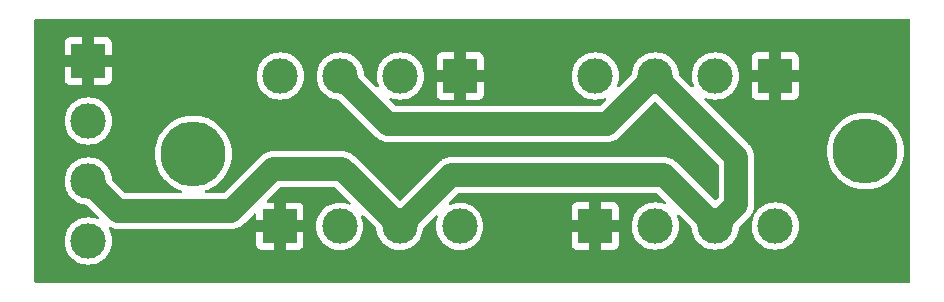
<source format=gbr>
%TF.GenerationSoftware,KiCad,Pcbnew,(7.0.0)*%
%TF.CreationDate,2023-04-10T16:26:54+12:00*%
%TF.ProjectId,can_expansion_hub,63616e5f-6578-4706-916e-73696f6e5f68,rev?*%
%TF.SameCoordinates,Original*%
%TF.FileFunction,Copper,L1,Top*%
%TF.FilePolarity,Positive*%
%FSLAX46Y46*%
G04 Gerber Fmt 4.6, Leading zero omitted, Abs format (unit mm)*
G04 Created by KiCad (PCBNEW (7.0.0)) date 2023-04-10 16:26:54*
%MOMM*%
%LPD*%
G01*
G04 APERTURE LIST*
%TA.AperFunction,ComponentPad*%
%ADD10C,5.500000*%
%TD*%
%TA.AperFunction,ComponentPad*%
%ADD11R,3.000000X3.000000*%
%TD*%
%TA.AperFunction,ComponentPad*%
%ADD12C,3.000000*%
%TD*%
%TA.AperFunction,Conductor*%
%ADD13C,2.000000*%
%TD*%
G04 APERTURE END LIST*
D10*
%TO.P,REF\u002A\u002A,1*%
%TO.N,GND*%
X90170000Y-101854000D03*
%TD*%
D11*
%TO.P,J3,1,Pin_1*%
%TO.N,VCC*%
X139445999Y-95249999D03*
D12*
%TO.P,J3,2,Pin_2*%
%TO.N,GND*%
X134366000Y-95250000D03*
%TO.P,J3,3,Pin_3*%
%TO.N,CAN_H*%
X129286000Y-95250000D03*
%TO.P,J3,4,Pin_4*%
%TO.N,CAN_L*%
X124206000Y-95250000D03*
%TD*%
D11*
%TO.P,J2,1,Pin_1*%
%TO.N,VCC*%
X112775999Y-95249999D03*
D12*
%TO.P,J2,2,Pin_2*%
%TO.N,GND*%
X107696000Y-95250000D03*
%TO.P,J2,3,Pin_3*%
%TO.N,CAN_H*%
X102616000Y-95250000D03*
%TO.P,J2,4,Pin_4*%
%TO.N,CAN_L*%
X97536000Y-95250000D03*
%TD*%
D11*
%TO.P,J5,1,Pin_1*%
%TO.N,VCC*%
X124205999Y-107949999D03*
D12*
%TO.P,J5,2,Pin_2*%
%TO.N,GND*%
X129286000Y-107950000D03*
%TO.P,J5,3,Pin_3*%
%TO.N,CAN_H*%
X134366000Y-107950000D03*
%TO.P,J5,4,Pin_4*%
%TO.N,CAN_L*%
X139446000Y-107950000D03*
%TD*%
D11*
%TO.P,J4,1,Pin_1*%
%TO.N,VCC*%
X97485199Y-107975399D03*
D12*
%TO.P,J4,2,Pin_2*%
%TO.N,GND*%
X102565200Y-107975400D03*
%TO.P,J4,3,Pin_3*%
%TO.N,CAN_H*%
X107645200Y-107975400D03*
%TO.P,J4,4,Pin_4*%
%TO.N,CAN_L*%
X112725200Y-107975400D03*
%TD*%
D10*
%TO.P,REF\u002A\u002A,1*%
%TO.N,GND*%
X147066000Y-101600000D03*
%TD*%
D11*
%TO.P,J1,1,Pin_1*%
%TO.N,VCC*%
X81279999Y-93979999D03*
D12*
%TO.P,J1,2,Pin_2*%
%TO.N,GND*%
X81280000Y-99060000D03*
%TO.P,J1,3,Pin_3*%
%TO.N,CAN_H*%
X81280000Y-104140000D03*
%TO.P,J1,4,Pin_4*%
%TO.N,CAN_L*%
X81280000Y-109220000D03*
%TD*%
D13*
%TO.N,CAN_H*%
X129286000Y-95250000D02*
X136144000Y-102108000D01*
X93380600Y-106680000D02*
X96936600Y-103124000D01*
X136144000Y-102108000D02*
X136144000Y-106172000D01*
X96936600Y-103124000D02*
X102793800Y-103124000D01*
X83820000Y-106680000D02*
X93380600Y-106680000D01*
X106680000Y-99314000D02*
X102616000Y-95250000D01*
X125222000Y-99314000D02*
X106680000Y-99314000D01*
X129286000Y-95250000D02*
X125222000Y-99314000D01*
X107645200Y-107975400D02*
X111988600Y-103632000D01*
X81280000Y-104140000D02*
X83820000Y-106680000D01*
X111988600Y-103632000D02*
X130048000Y-103632000D01*
X136144000Y-106172000D02*
X134366000Y-107950000D01*
X102793800Y-103124000D02*
X107645200Y-107975400D01*
X130048000Y-103632000D02*
X134366000Y-107950000D01*
%TD*%
%TA.AperFunction,Conductor*%
%TO.N,VCC*%
G36*
X150814000Y-90440613D02*
G01*
X150859387Y-90486000D01*
X150876000Y-90548000D01*
X150876000Y-112652000D01*
X150859387Y-112714000D01*
X150814000Y-112759387D01*
X150752000Y-112776000D01*
X76832000Y-112776000D01*
X76770000Y-112759387D01*
X76724613Y-112714000D01*
X76708000Y-112652000D01*
X76708000Y-109220000D01*
X79274390Y-109220000D01*
X79274706Y-109224418D01*
X79294487Y-109501005D01*
X79294488Y-109501014D01*
X79294804Y-109505428D01*
X79295744Y-109509753D01*
X79295746Y-109509761D01*
X79307685Y-109564641D01*
X79355631Y-109785046D01*
X79357175Y-109789185D01*
X79357176Y-109789189D01*
X79426629Y-109975400D01*
X79455633Y-110053161D01*
X79457753Y-110057043D01*
X79457756Y-110057050D01*
X79590647Y-110300420D01*
X79592774Y-110304315D01*
X79764261Y-110533395D01*
X79966605Y-110735739D01*
X80195685Y-110907226D01*
X80446839Y-111044367D01*
X80714954Y-111144369D01*
X80994572Y-111205196D01*
X81280000Y-111225610D01*
X81565428Y-111205196D01*
X81845046Y-111144369D01*
X82113161Y-111044367D01*
X82364315Y-110907226D01*
X82593395Y-110735739D01*
X82795739Y-110533395D01*
X82967226Y-110304315D01*
X83104367Y-110053161D01*
X83204369Y-109785046D01*
X83262044Y-109519918D01*
X95485200Y-109519918D01*
X95485553Y-109526514D01*
X95490773Y-109575067D01*
X95494311Y-109590041D01*
X95538747Y-109709177D01*
X95547162Y-109724589D01*
X95622698Y-109825492D01*
X95635107Y-109837901D01*
X95736010Y-109913437D01*
X95751422Y-109921852D01*
X95870558Y-109966288D01*
X95885532Y-109969826D01*
X95934085Y-109975046D01*
X95940682Y-109975400D01*
X96968874Y-109975400D01*
X96981749Y-109971949D01*
X96985200Y-109959074D01*
X97985200Y-109959074D01*
X97988650Y-109971949D01*
X98001526Y-109975400D01*
X99029718Y-109975400D01*
X99036314Y-109975046D01*
X99084867Y-109969826D01*
X99099841Y-109966288D01*
X99218977Y-109921852D01*
X99234389Y-109913437D01*
X99335292Y-109837901D01*
X99347701Y-109825492D01*
X99423237Y-109724589D01*
X99431652Y-109709177D01*
X99476088Y-109590041D01*
X99479626Y-109575067D01*
X99484846Y-109526514D01*
X99485200Y-109519918D01*
X99485200Y-108491726D01*
X99481749Y-108478850D01*
X99468874Y-108475400D01*
X98001526Y-108475400D01*
X97988650Y-108478850D01*
X97985200Y-108491726D01*
X97985200Y-109959074D01*
X96985200Y-109959074D01*
X96985200Y-108491726D01*
X96981749Y-108478850D01*
X96968874Y-108475400D01*
X95501526Y-108475400D01*
X95488650Y-108478850D01*
X95485200Y-108491726D01*
X95485200Y-109519918D01*
X83262044Y-109519918D01*
X83265196Y-109505428D01*
X83285610Y-109220000D01*
X83265196Y-108934572D01*
X83204369Y-108654954D01*
X83104367Y-108386839D01*
X83006946Y-108208427D01*
X82991787Y-108150400D01*
X83005635Y-108092044D01*
X83045250Y-108047013D01*
X83101366Y-108025842D01*
X83160852Y-108033484D01*
X83184421Y-108042681D01*
X83243247Y-108065635D01*
X83247982Y-108067596D01*
X83310851Y-108095172D01*
X83331119Y-108104063D01*
X83353890Y-108109829D01*
X83368514Y-108114514D01*
X83376876Y-108117777D01*
X83385603Y-108121183D01*
X83385606Y-108121184D01*
X83390386Y-108123049D01*
X83479189Y-108141669D01*
X83484159Y-108142818D01*
X83572179Y-108165108D01*
X83595583Y-108167046D01*
X83610784Y-108169261D01*
X83633763Y-108174080D01*
X83724454Y-108177830D01*
X83729537Y-108178146D01*
X83757933Y-108180500D01*
X83786412Y-108180500D01*
X83791536Y-108180605D01*
X83882221Y-108184357D01*
X83905525Y-108181452D01*
X83920864Y-108180500D01*
X93279735Y-108180500D01*
X93295072Y-108181452D01*
X93313292Y-108183723D01*
X93313293Y-108183723D01*
X93318379Y-108184357D01*
X93409072Y-108180605D01*
X93414196Y-108180500D01*
X93440098Y-108180500D01*
X93442667Y-108180500D01*
X93471041Y-108178148D01*
X93476140Y-108177831D01*
X93566837Y-108174081D01*
X93589830Y-108169259D01*
X93605017Y-108167046D01*
X93628421Y-108165108D01*
X93716448Y-108142815D01*
X93721354Y-108141680D01*
X93810214Y-108123049D01*
X93832086Y-108114513D01*
X93846711Y-108109828D01*
X93869481Y-108104063D01*
X93952608Y-108067599D01*
X93957299Y-108065656D01*
X94041874Y-108032656D01*
X94062050Y-108020632D01*
X94075701Y-108013605D01*
X94097207Y-108004173D01*
X94101503Y-108001366D01*
X94101509Y-108001363D01*
X94173187Y-107954533D01*
X94177516Y-107951830D01*
X94255494Y-107905366D01*
X94273420Y-107890181D01*
X94285715Y-107881013D01*
X94305385Y-107868164D01*
X94372161Y-107806691D01*
X94375983Y-107803315D01*
X94397726Y-107784902D01*
X94417868Y-107764759D01*
X94421567Y-107761210D01*
X94480023Y-107707398D01*
X94488338Y-107699744D01*
X94502767Y-107681203D01*
X94512925Y-107669701D01*
X95273519Y-106909107D01*
X95322882Y-106878858D01*
X95380598Y-106874316D01*
X95434085Y-106896471D01*
X95471685Y-106940494D01*
X95485200Y-106996789D01*
X95485200Y-107459074D01*
X95488650Y-107471949D01*
X95501526Y-107475400D01*
X96968874Y-107475400D01*
X96981749Y-107471949D01*
X96985200Y-107459074D01*
X97985200Y-107459074D01*
X97988650Y-107471949D01*
X98001526Y-107475400D01*
X99468874Y-107475400D01*
X99481749Y-107471949D01*
X99485200Y-107459074D01*
X99485200Y-106430882D01*
X99484846Y-106424285D01*
X99479626Y-106375732D01*
X99476088Y-106360758D01*
X99431652Y-106241622D01*
X99423237Y-106226210D01*
X99347701Y-106125307D01*
X99335292Y-106112898D01*
X99234389Y-106037362D01*
X99218977Y-106028947D01*
X99099841Y-105984511D01*
X99084867Y-105980973D01*
X99036314Y-105975753D01*
X99029718Y-105975400D01*
X98001526Y-105975400D01*
X97988650Y-105978850D01*
X97985200Y-105991726D01*
X97985200Y-107459074D01*
X96985200Y-107459074D01*
X96985200Y-105991726D01*
X96981749Y-105978850D01*
X96968874Y-105975400D01*
X96506589Y-105975400D01*
X96450294Y-105961885D01*
X96406271Y-105924285D01*
X96384116Y-105870798D01*
X96388658Y-105813082D01*
X96418908Y-105763719D01*
X97521808Y-104660819D01*
X97562036Y-104633939D01*
X97609489Y-104624500D01*
X102120910Y-104624500D01*
X102168363Y-104633939D01*
X102208591Y-104660819D01*
X103474459Y-105926687D01*
X103507142Y-105984561D01*
X103505244Y-106050998D01*
X103469311Y-106106912D01*
X103409665Y-106136238D01*
X103343444Y-106130550D01*
X103329089Y-106125196D01*
X103168527Y-106065309D01*
X103134389Y-106052576D01*
X103134385Y-106052575D01*
X103130246Y-106051031D01*
X103100275Y-106044511D01*
X102854961Y-105991146D01*
X102854953Y-105991144D01*
X102850628Y-105990204D01*
X102846214Y-105989888D01*
X102846205Y-105989887D01*
X102569618Y-105970106D01*
X102565200Y-105969790D01*
X102560782Y-105970106D01*
X102284194Y-105989887D01*
X102284183Y-105989888D01*
X102279772Y-105990204D01*
X102275448Y-105991144D01*
X102275438Y-105991146D01*
X102004479Y-106050090D01*
X102004476Y-106050090D01*
X102000154Y-106051031D01*
X101996018Y-106052573D01*
X101996010Y-106052576D01*
X101736187Y-106149485D01*
X101736176Y-106149489D01*
X101732039Y-106151033D01*
X101728161Y-106153150D01*
X101728149Y-106153156D01*
X101484779Y-106286047D01*
X101484771Y-106286051D01*
X101480885Y-106288174D01*
X101477335Y-106290831D01*
X101477331Y-106290834D01*
X101255356Y-106457002D01*
X101255349Y-106457007D01*
X101251805Y-106459661D01*
X101248674Y-106462791D01*
X101248667Y-106462798D01*
X101052598Y-106658867D01*
X101052591Y-106658874D01*
X101049461Y-106662005D01*
X101046807Y-106665549D01*
X101046802Y-106665556D01*
X100883145Y-106884177D01*
X100877974Y-106891085D01*
X100875851Y-106894971D01*
X100875847Y-106894979D01*
X100742956Y-107138349D01*
X100742950Y-107138361D01*
X100740833Y-107142239D01*
X100739289Y-107146376D01*
X100739285Y-107146387D01*
X100642376Y-107406210D01*
X100642373Y-107406218D01*
X100640831Y-107410354D01*
X100639890Y-107414676D01*
X100639890Y-107414679D01*
X100580946Y-107685638D01*
X100580944Y-107685648D01*
X100580004Y-107689972D01*
X100579688Y-107694383D01*
X100579687Y-107694394D01*
X100566040Y-107885215D01*
X100559590Y-107975400D01*
X100559906Y-107979818D01*
X100579687Y-108256405D01*
X100579688Y-108256414D01*
X100580004Y-108260828D01*
X100580944Y-108265153D01*
X100580946Y-108265161D01*
X100607416Y-108386839D01*
X100640831Y-108540446D01*
X100642375Y-108544585D01*
X100642376Y-108544589D01*
X100732809Y-108787050D01*
X100740833Y-108808561D01*
X100742953Y-108812443D01*
X100742956Y-108812450D01*
X100875847Y-109055820D01*
X100877974Y-109059715D01*
X101049461Y-109288795D01*
X101251805Y-109491139D01*
X101480885Y-109662626D01*
X101662169Y-109761614D01*
X101705079Y-109785046D01*
X101732039Y-109799767D01*
X102000154Y-109899769D01*
X102279772Y-109960596D01*
X102565200Y-109981010D01*
X102850628Y-109960596D01*
X103130246Y-109899769D01*
X103398361Y-109799767D01*
X103649515Y-109662626D01*
X103878595Y-109491139D01*
X104080939Y-109288795D01*
X104252426Y-109059715D01*
X104389567Y-108808561D01*
X104489569Y-108540446D01*
X104550396Y-108260828D01*
X104570810Y-107975400D01*
X104550396Y-107689972D01*
X104489569Y-107410354D01*
X104410048Y-107197152D01*
X104404361Y-107130933D01*
X104433687Y-107071287D01*
X104489601Y-107035354D01*
X104556038Y-107033456D01*
X104613912Y-107066139D01*
X105615853Y-108068080D01*
X105640966Y-108104249D01*
X105651856Y-108146914D01*
X105659687Y-108256405D01*
X105659688Y-108256413D01*
X105660004Y-108260828D01*
X105660944Y-108265153D01*
X105660946Y-108265161D01*
X105687416Y-108386839D01*
X105720831Y-108540446D01*
X105722375Y-108544585D01*
X105722376Y-108544589D01*
X105812809Y-108787050D01*
X105820833Y-108808561D01*
X105822953Y-108812443D01*
X105822956Y-108812450D01*
X105955847Y-109055820D01*
X105957974Y-109059715D01*
X106129461Y-109288795D01*
X106331805Y-109491139D01*
X106560885Y-109662626D01*
X106742169Y-109761614D01*
X106785079Y-109785046D01*
X106812039Y-109799767D01*
X107080154Y-109899769D01*
X107359772Y-109960596D01*
X107645200Y-109981010D01*
X107930628Y-109960596D01*
X108210246Y-109899769D01*
X108478361Y-109799767D01*
X108729515Y-109662626D01*
X108958595Y-109491139D01*
X109160939Y-109288795D01*
X109332426Y-109059715D01*
X109469567Y-108808561D01*
X109569569Y-108540446D01*
X109630396Y-108260828D01*
X109638542Y-108146913D01*
X109649431Y-108104251D01*
X109674542Y-108068084D01*
X110676487Y-107066139D01*
X110734361Y-107033457D01*
X110800798Y-107035355D01*
X110856712Y-107071288D01*
X110886037Y-107130934D01*
X110880350Y-107197155D01*
X110802376Y-107406210D01*
X110802373Y-107406218D01*
X110800831Y-107410354D01*
X110799890Y-107414676D01*
X110799890Y-107414679D01*
X110740946Y-107685638D01*
X110740944Y-107685648D01*
X110740004Y-107689972D01*
X110739688Y-107694383D01*
X110739687Y-107694394D01*
X110726040Y-107885215D01*
X110719590Y-107975400D01*
X110719906Y-107979818D01*
X110739687Y-108256405D01*
X110739688Y-108256414D01*
X110740004Y-108260828D01*
X110740944Y-108265153D01*
X110740946Y-108265161D01*
X110767416Y-108386839D01*
X110800831Y-108540446D01*
X110802375Y-108544585D01*
X110802376Y-108544589D01*
X110892809Y-108787050D01*
X110900833Y-108808561D01*
X110902953Y-108812443D01*
X110902956Y-108812450D01*
X111035847Y-109055820D01*
X111037974Y-109059715D01*
X111209461Y-109288795D01*
X111411805Y-109491139D01*
X111640885Y-109662626D01*
X111822169Y-109761614D01*
X111865079Y-109785046D01*
X111892039Y-109799767D01*
X112160154Y-109899769D01*
X112439772Y-109960596D01*
X112725200Y-109981010D01*
X113010628Y-109960596D01*
X113290246Y-109899769D01*
X113558361Y-109799767D01*
X113809515Y-109662626D01*
X114034081Y-109494518D01*
X122206000Y-109494518D01*
X122206353Y-109501114D01*
X122211573Y-109549667D01*
X122215111Y-109564641D01*
X122259547Y-109683777D01*
X122267962Y-109699189D01*
X122343498Y-109800092D01*
X122355907Y-109812501D01*
X122456810Y-109888037D01*
X122472222Y-109896452D01*
X122591358Y-109940888D01*
X122606332Y-109944426D01*
X122654885Y-109949646D01*
X122661482Y-109950000D01*
X123689674Y-109950000D01*
X123702549Y-109946549D01*
X123706000Y-109933674D01*
X124706000Y-109933674D01*
X124709450Y-109946549D01*
X124722326Y-109950000D01*
X125750518Y-109950000D01*
X125757114Y-109949646D01*
X125805667Y-109944426D01*
X125820641Y-109940888D01*
X125939777Y-109896452D01*
X125955189Y-109888037D01*
X126056092Y-109812501D01*
X126068501Y-109800092D01*
X126144037Y-109699189D01*
X126152452Y-109683777D01*
X126196888Y-109564641D01*
X126200426Y-109549667D01*
X126205646Y-109501114D01*
X126206000Y-109494518D01*
X126206000Y-108466326D01*
X126202549Y-108453450D01*
X126189674Y-108450000D01*
X124722326Y-108450000D01*
X124709450Y-108453450D01*
X124706000Y-108466326D01*
X124706000Y-109933674D01*
X123706000Y-109933674D01*
X123706000Y-108466326D01*
X123702549Y-108453450D01*
X123689674Y-108450000D01*
X122222326Y-108450000D01*
X122209450Y-108453450D01*
X122206000Y-108466326D01*
X122206000Y-109494518D01*
X114034081Y-109494518D01*
X114038595Y-109491139D01*
X114240939Y-109288795D01*
X114412426Y-109059715D01*
X114549567Y-108808561D01*
X114649569Y-108540446D01*
X114710396Y-108260828D01*
X114730810Y-107975400D01*
X114710396Y-107689972D01*
X114654642Y-107433674D01*
X122206000Y-107433674D01*
X122209450Y-107446549D01*
X122222326Y-107450000D01*
X123689674Y-107450000D01*
X123702549Y-107446549D01*
X123706000Y-107433674D01*
X124706000Y-107433674D01*
X124709450Y-107446549D01*
X124722326Y-107450000D01*
X126189674Y-107450000D01*
X126202549Y-107446549D01*
X126206000Y-107433674D01*
X126206000Y-106405482D01*
X126205646Y-106398885D01*
X126200426Y-106350332D01*
X126196888Y-106335358D01*
X126152452Y-106216222D01*
X126144037Y-106200810D01*
X126068501Y-106099907D01*
X126056092Y-106087498D01*
X125955189Y-106011962D01*
X125939777Y-106003547D01*
X125820641Y-105959111D01*
X125805667Y-105955573D01*
X125757114Y-105950353D01*
X125750518Y-105950000D01*
X124722326Y-105950000D01*
X124709450Y-105953450D01*
X124706000Y-105966326D01*
X124706000Y-107433674D01*
X123706000Y-107433674D01*
X123706000Y-105966326D01*
X123702549Y-105953450D01*
X123689674Y-105950000D01*
X122661482Y-105950000D01*
X122654885Y-105950353D01*
X122606332Y-105955573D01*
X122591358Y-105959111D01*
X122472222Y-106003547D01*
X122456810Y-106011962D01*
X122355907Y-106087498D01*
X122343498Y-106099907D01*
X122267962Y-106200810D01*
X122259547Y-106216222D01*
X122215111Y-106335358D01*
X122211573Y-106350332D01*
X122206353Y-106398885D01*
X122206000Y-106405482D01*
X122206000Y-107433674D01*
X114654642Y-107433674D01*
X114649569Y-107410354D01*
X114549567Y-107142239D01*
X114543393Y-107130933D01*
X114470145Y-106996789D01*
X114412426Y-106891085D01*
X114240939Y-106662005D01*
X114038595Y-106459661D01*
X113809515Y-106288174D01*
X113805620Y-106286047D01*
X113562250Y-106153156D01*
X113562243Y-106153153D01*
X113558361Y-106151033D01*
X113554217Y-106149487D01*
X113554212Y-106149485D01*
X113294389Y-106052576D01*
X113294385Y-106052575D01*
X113290246Y-106051031D01*
X113260275Y-106044511D01*
X113014961Y-105991146D01*
X113014953Y-105991144D01*
X113010628Y-105990204D01*
X113006214Y-105989888D01*
X113006205Y-105989887D01*
X112729618Y-105970106D01*
X112725200Y-105969790D01*
X112720782Y-105970106D01*
X112444194Y-105989887D01*
X112444183Y-105989888D01*
X112439772Y-105990204D01*
X112435448Y-105991144D01*
X112435438Y-105991146D01*
X112164479Y-106050090D01*
X112164476Y-106050090D01*
X112160154Y-106051031D01*
X112156018Y-106052573D01*
X112156010Y-106052576D01*
X111946955Y-106130550D01*
X111880734Y-106136237D01*
X111821088Y-106106912D01*
X111785155Y-106050998D01*
X111783257Y-105984561D01*
X111815939Y-105926688D01*
X112573808Y-105168819D01*
X112614037Y-105141939D01*
X112661490Y-105132500D01*
X129375110Y-105132500D01*
X129422563Y-105141939D01*
X129462791Y-105168819D01*
X130195258Y-105901286D01*
X130227941Y-105959160D01*
X130226043Y-106025597D01*
X130190110Y-106081511D01*
X130130464Y-106110836D01*
X130064244Y-106105149D01*
X129855194Y-106027177D01*
X129855179Y-106027172D01*
X129851046Y-106025631D01*
X129821075Y-106019111D01*
X129575761Y-105965746D01*
X129575753Y-105965744D01*
X129571428Y-105964804D01*
X129567014Y-105964488D01*
X129567005Y-105964487D01*
X129290418Y-105944706D01*
X129286000Y-105944390D01*
X129281582Y-105944706D01*
X129004994Y-105964487D01*
X129004983Y-105964488D01*
X129000572Y-105964804D01*
X128996248Y-105965744D01*
X128996238Y-105965746D01*
X128725279Y-106024690D01*
X128725276Y-106024690D01*
X128720954Y-106025631D01*
X128716818Y-106027173D01*
X128716810Y-106027176D01*
X128456987Y-106124085D01*
X128456976Y-106124089D01*
X128452839Y-106125633D01*
X128448961Y-106127750D01*
X128448949Y-106127756D01*
X128205579Y-106260647D01*
X128205571Y-106260651D01*
X128201685Y-106262774D01*
X128198135Y-106265431D01*
X128198131Y-106265434D01*
X127976156Y-106431602D01*
X127976149Y-106431607D01*
X127972605Y-106434261D01*
X127969474Y-106437391D01*
X127969467Y-106437398D01*
X127773398Y-106633467D01*
X127773391Y-106633474D01*
X127770261Y-106636605D01*
X127767607Y-106640149D01*
X127767602Y-106640156D01*
X127623037Y-106833273D01*
X127598774Y-106865685D01*
X127596651Y-106869571D01*
X127596647Y-106869579D01*
X127463756Y-107112949D01*
X127463750Y-107112961D01*
X127461633Y-107116839D01*
X127460089Y-107120976D01*
X127460085Y-107120987D01*
X127363176Y-107380810D01*
X127363173Y-107380818D01*
X127361631Y-107384954D01*
X127360690Y-107389276D01*
X127360690Y-107389279D01*
X127301746Y-107660238D01*
X127301744Y-107660248D01*
X127300804Y-107664572D01*
X127300488Y-107668983D01*
X127300487Y-107668994D01*
X127285325Y-107880998D01*
X127280390Y-107950000D01*
X127280706Y-107954418D01*
X127300487Y-108231005D01*
X127300488Y-108231014D01*
X127300804Y-108235428D01*
X127301744Y-108239753D01*
X127301746Y-108239761D01*
X127347481Y-108450000D01*
X127361631Y-108515046D01*
X127363175Y-108519185D01*
X127363176Y-108519189D01*
X127371104Y-108540446D01*
X127461633Y-108783161D01*
X127463753Y-108787043D01*
X127463756Y-108787050D01*
X127596647Y-109030420D01*
X127598774Y-109034315D01*
X127770261Y-109263395D01*
X127972605Y-109465739D01*
X128201685Y-109637226D01*
X128452839Y-109774367D01*
X128720954Y-109874369D01*
X129000572Y-109935196D01*
X129286000Y-109955610D01*
X129571428Y-109935196D01*
X129851046Y-109874369D01*
X130119161Y-109774367D01*
X130370315Y-109637226D01*
X130599395Y-109465739D01*
X130801739Y-109263395D01*
X130973226Y-109034315D01*
X131110367Y-108783161D01*
X131210369Y-108515046D01*
X131271196Y-108235428D01*
X131291610Y-107950000D01*
X131271196Y-107664572D01*
X131210369Y-107384954D01*
X131130849Y-107171755D01*
X131125162Y-107105535D01*
X131154488Y-107045889D01*
X131210402Y-107009956D01*
X131276839Y-107008058D01*
X131334713Y-107040741D01*
X132336653Y-108042681D01*
X132361766Y-108078850D01*
X132372656Y-108121515D01*
X132380487Y-108231005D01*
X132380488Y-108231013D01*
X132380804Y-108235428D01*
X132381744Y-108239753D01*
X132381746Y-108239761D01*
X132427481Y-108450000D01*
X132441631Y-108515046D01*
X132443175Y-108519185D01*
X132443176Y-108519189D01*
X132451104Y-108540446D01*
X132541633Y-108783161D01*
X132543753Y-108787043D01*
X132543756Y-108787050D01*
X132676647Y-109030420D01*
X132678774Y-109034315D01*
X132850261Y-109263395D01*
X133052605Y-109465739D01*
X133281685Y-109637226D01*
X133532839Y-109774367D01*
X133800954Y-109874369D01*
X134080572Y-109935196D01*
X134366000Y-109955610D01*
X134651428Y-109935196D01*
X134931046Y-109874369D01*
X135199161Y-109774367D01*
X135450315Y-109637226D01*
X135679395Y-109465739D01*
X135881739Y-109263395D01*
X136053226Y-109034315D01*
X136190367Y-108783161D01*
X136290369Y-108515046D01*
X136351196Y-108235428D01*
X136359342Y-108121513D01*
X136370231Y-108078851D01*
X136395342Y-108042684D01*
X136488026Y-107950000D01*
X137440390Y-107950000D01*
X137440706Y-107954418D01*
X137460487Y-108231005D01*
X137460488Y-108231014D01*
X137460804Y-108235428D01*
X137461744Y-108239753D01*
X137461746Y-108239761D01*
X137507481Y-108450000D01*
X137521631Y-108515046D01*
X137523175Y-108519185D01*
X137523176Y-108519189D01*
X137531104Y-108540446D01*
X137621633Y-108783161D01*
X137623753Y-108787043D01*
X137623756Y-108787050D01*
X137756647Y-109030420D01*
X137758774Y-109034315D01*
X137930261Y-109263395D01*
X138132605Y-109465739D01*
X138361685Y-109637226D01*
X138612839Y-109774367D01*
X138880954Y-109874369D01*
X139160572Y-109935196D01*
X139446000Y-109955610D01*
X139731428Y-109935196D01*
X140011046Y-109874369D01*
X140279161Y-109774367D01*
X140530315Y-109637226D01*
X140759395Y-109465739D01*
X140961739Y-109263395D01*
X141133226Y-109034315D01*
X141270367Y-108783161D01*
X141370369Y-108515046D01*
X141431196Y-108235428D01*
X141451610Y-107950000D01*
X141431196Y-107664572D01*
X141370369Y-107384954D01*
X141270367Y-107116839D01*
X141133226Y-106865685D01*
X140961739Y-106636605D01*
X140759395Y-106434261D01*
X140530315Y-106262774D01*
X140526420Y-106260647D01*
X140283050Y-106127756D01*
X140283043Y-106127753D01*
X140279161Y-106125633D01*
X140275017Y-106124087D01*
X140275012Y-106124085D01*
X140015189Y-106027176D01*
X140015185Y-106027175D01*
X140011046Y-106025631D01*
X139981075Y-106019111D01*
X139735761Y-105965746D01*
X139735753Y-105965744D01*
X139731428Y-105964804D01*
X139727014Y-105964488D01*
X139727005Y-105964487D01*
X139450418Y-105944706D01*
X139446000Y-105944390D01*
X139441582Y-105944706D01*
X139164994Y-105964487D01*
X139164983Y-105964488D01*
X139160572Y-105964804D01*
X139156248Y-105965744D01*
X139156238Y-105965746D01*
X138885279Y-106024690D01*
X138885276Y-106024690D01*
X138880954Y-106025631D01*
X138876818Y-106027173D01*
X138876810Y-106027176D01*
X138616987Y-106124085D01*
X138616976Y-106124089D01*
X138612839Y-106125633D01*
X138608961Y-106127750D01*
X138608949Y-106127756D01*
X138365579Y-106260647D01*
X138365571Y-106260651D01*
X138361685Y-106262774D01*
X138358135Y-106265431D01*
X138358131Y-106265434D01*
X138136156Y-106431602D01*
X138136149Y-106431607D01*
X138132605Y-106434261D01*
X138129474Y-106437391D01*
X138129467Y-106437398D01*
X137933398Y-106633467D01*
X137933391Y-106633474D01*
X137930261Y-106636605D01*
X137927607Y-106640149D01*
X137927602Y-106640156D01*
X137783037Y-106833273D01*
X137758774Y-106865685D01*
X137756652Y-106869569D01*
X137756650Y-106869574D01*
X137725001Y-106927535D01*
X137682946Y-106972591D01*
X137667291Y-106977735D01*
X137671380Y-106992750D01*
X137656220Y-107053497D01*
X137623754Y-107112953D01*
X137623749Y-107112963D01*
X137621633Y-107116839D01*
X137620089Y-107120976D01*
X137620085Y-107120987D01*
X137523176Y-107380810D01*
X137523173Y-107380818D01*
X137521631Y-107384954D01*
X137520690Y-107389276D01*
X137520690Y-107389279D01*
X137461746Y-107660238D01*
X137461744Y-107660248D01*
X137460804Y-107664572D01*
X137460488Y-107668983D01*
X137460487Y-107668994D01*
X137445325Y-107880998D01*
X137440390Y-107950000D01*
X136488026Y-107950000D01*
X137133701Y-107304325D01*
X137145203Y-107294167D01*
X137163744Y-107279738D01*
X137225211Y-107212964D01*
X137228761Y-107209266D01*
X137248902Y-107189126D01*
X137267315Y-107167383D01*
X137270700Y-107163551D01*
X137286501Y-107146387D01*
X137332164Y-107096785D01*
X137345013Y-107077115D01*
X137354181Y-107064820D01*
X137369366Y-107046894D01*
X137415861Y-106968862D01*
X137418497Y-106964640D01*
X137443582Y-106926244D01*
X137489948Y-106884177D01*
X137493319Y-106883400D01*
X137500650Y-106823035D01*
X137529663Y-106748679D01*
X137531600Y-106744005D01*
X137568063Y-106660881D01*
X137573824Y-106638126D01*
X137578516Y-106623482D01*
X137585184Y-106606395D01*
X137587050Y-106601614D01*
X137605678Y-106512772D01*
X137606831Y-106507791D01*
X137627848Y-106424798D01*
X137627848Y-106424793D01*
X137629108Y-106419821D01*
X137631046Y-106396426D01*
X137633263Y-106381215D01*
X137637028Y-106363258D01*
X137638081Y-106358237D01*
X137641831Y-106267540D01*
X137642149Y-106262429D01*
X137642297Y-106260647D01*
X137644500Y-106234067D01*
X137644500Y-106205596D01*
X137644606Y-106200472D01*
X137648145Y-106114901D01*
X137648357Y-106109779D01*
X137647723Y-106104692D01*
X137645452Y-106086472D01*
X137644500Y-106071135D01*
X137644500Y-102208865D01*
X137645452Y-102193528D01*
X137647723Y-102175307D01*
X137647722Y-102175307D01*
X137648357Y-102170221D01*
X137644605Y-102079527D01*
X137644500Y-102074404D01*
X137644500Y-102048502D01*
X137644500Y-102045933D01*
X137642148Y-102017557D01*
X137641831Y-102012450D01*
X137641345Y-102000689D01*
X137638081Y-101921763D01*
X137637028Y-101916745D01*
X137637028Y-101916738D01*
X137633263Y-101898783D01*
X137631046Y-101883571D01*
X137629531Y-101865289D01*
X137629108Y-101860179D01*
X137606827Y-101772193D01*
X137605675Y-101767213D01*
X137599429Y-101737426D01*
X137587050Y-101678386D01*
X137578509Y-101656501D01*
X137573826Y-101641882D01*
X137568063Y-101619119D01*
X137559677Y-101600000D01*
X143810726Y-101600000D01*
X143810908Y-101603357D01*
X143829626Y-101948597D01*
X143829627Y-101948612D01*
X143829809Y-101951957D01*
X143830351Y-101955267D01*
X143830352Y-101955270D01*
X143886288Y-102296474D01*
X143886290Y-102296486D01*
X143886832Y-102299788D01*
X143887728Y-102303017D01*
X143887731Y-102303028D01*
X143950448Y-102528911D01*
X143981129Y-102639414D01*
X143982371Y-102642531D01*
X143982374Y-102642540D01*
X144083577Y-102896540D01*
X144111593Y-102966854D01*
X144276695Y-103278269D01*
X144474499Y-103570008D01*
X144476672Y-103572566D01*
X144692421Y-103826566D01*
X144702686Y-103838650D01*
X144705117Y-103840953D01*
X144705123Y-103840959D01*
X144839747Y-103968481D01*
X144958580Y-104081046D01*
X145239182Y-104294354D01*
X145541202Y-104476074D01*
X145861099Y-104624074D01*
X146151783Y-104722016D01*
X146179890Y-104731487D01*
X146195122Y-104736619D01*
X146539355Y-104812391D01*
X146889763Y-104850500D01*
X147238879Y-104850500D01*
X147242237Y-104850500D01*
X147592645Y-104812391D01*
X147936878Y-104736619D01*
X148270901Y-104624074D01*
X148590798Y-104476074D01*
X148892818Y-104294354D01*
X149173420Y-104081046D01*
X149429314Y-103838650D01*
X149657501Y-103570008D01*
X149855305Y-103278269D01*
X150020407Y-102966854D01*
X150150871Y-102639414D01*
X150245168Y-102299788D01*
X150302191Y-101951957D01*
X150321274Y-101600000D01*
X150302191Y-101248043D01*
X150245168Y-100900212D01*
X150150871Y-100560586D01*
X150020407Y-100233146D01*
X149855305Y-99921731D01*
X149657501Y-99629992D01*
X149429314Y-99361350D01*
X149426881Y-99359045D01*
X149426876Y-99359040D01*
X149216378Y-99159646D01*
X149173420Y-99118954D01*
X148892818Y-98905646D01*
X148889944Y-98903917D01*
X148889940Y-98903914D01*
X148593680Y-98725660D01*
X148593679Y-98725659D01*
X148590798Y-98723926D01*
X148576651Y-98717381D01*
X148273955Y-98577339D01*
X148273956Y-98577339D01*
X148270901Y-98575926D01*
X148212403Y-98556216D01*
X147940053Y-98464450D01*
X147940039Y-98464446D01*
X147936878Y-98463381D01*
X147933611Y-98462662D01*
X147933608Y-98462661D01*
X147595926Y-98388331D01*
X147595922Y-98388330D01*
X147592645Y-98387609D01*
X147589309Y-98387246D01*
X147589302Y-98387245D01*
X147245575Y-98349863D01*
X147245574Y-98349862D01*
X147242237Y-98349500D01*
X146889763Y-98349500D01*
X146886426Y-98349862D01*
X146886424Y-98349863D01*
X146542697Y-98387245D01*
X146542687Y-98387246D01*
X146539355Y-98387609D01*
X146536080Y-98388329D01*
X146536073Y-98388331D01*
X146198391Y-98462661D01*
X146198383Y-98462663D01*
X146195122Y-98463381D01*
X146191964Y-98464444D01*
X146191946Y-98464450D01*
X145864286Y-98574852D01*
X145864283Y-98574853D01*
X145861099Y-98575926D01*
X145858050Y-98577336D01*
X145858044Y-98577339D01*
X145544257Y-98722512D01*
X145544247Y-98722516D01*
X145541202Y-98723926D01*
X145538328Y-98725655D01*
X145538319Y-98725660D01*
X145242059Y-98903914D01*
X145242046Y-98903922D01*
X145239182Y-98905646D01*
X145236524Y-98907666D01*
X145236513Y-98907674D01*
X144961239Y-99116932D01*
X144961231Y-99116938D01*
X144958580Y-99118954D01*
X144956156Y-99121249D01*
X144956149Y-99121256D01*
X144705123Y-99359040D01*
X144705108Y-99359055D01*
X144702686Y-99361350D01*
X144700523Y-99363895D01*
X144700512Y-99363908D01*
X144476672Y-99627433D01*
X144476666Y-99627440D01*
X144474499Y-99629992D01*
X144472619Y-99632764D01*
X144472612Y-99632774D01*
X144278585Y-99918942D01*
X144278577Y-99918954D01*
X144276695Y-99921731D01*
X144275120Y-99924701D01*
X144275118Y-99924705D01*
X144113168Y-100230174D01*
X144113163Y-100230183D01*
X144111593Y-100233146D01*
X144110352Y-100236258D01*
X144110348Y-100236269D01*
X143982374Y-100557459D01*
X143982369Y-100557473D01*
X143981129Y-100560586D01*
X143980229Y-100563824D01*
X143980229Y-100563827D01*
X143887731Y-100896971D01*
X143887727Y-100896985D01*
X143886832Y-100900212D01*
X143886291Y-100903509D01*
X143886288Y-100903525D01*
X143831536Y-101237509D01*
X143829809Y-101248043D01*
X143829627Y-101251385D01*
X143829626Y-101251402D01*
X143814196Y-101535998D01*
X143810726Y-101600000D01*
X137559677Y-101600000D01*
X137558204Y-101596643D01*
X137531603Y-101535998D01*
X137529642Y-101531263D01*
X137498520Y-101451505D01*
X137496656Y-101446727D01*
X137484636Y-101426555D01*
X137477605Y-101412895D01*
X137470233Y-101396088D01*
X137470230Y-101396082D01*
X137468173Y-101391393D01*
X137465370Y-101387104D01*
X137465366Y-101387095D01*
X137418530Y-101315408D01*
X137415827Y-101311078D01*
X137369366Y-101233106D01*
X137366056Y-101229198D01*
X137366049Y-101229188D01*
X137354190Y-101215187D01*
X137345001Y-101202864D01*
X137334972Y-101187513D01*
X137334971Y-101187512D01*
X137332164Y-101183215D01*
X137270694Y-101116441D01*
X137267302Y-101112600D01*
X137248902Y-101090875D01*
X137228781Y-101070754D01*
X137225233Y-101067057D01*
X137167215Y-101004032D01*
X137167211Y-101004029D01*
X137163744Y-101000262D01*
X137145204Y-100985831D01*
X137133692Y-100975665D01*
X133456740Y-97298712D01*
X133424057Y-97240838D01*
X133425955Y-97174401D01*
X133461889Y-97118487D01*
X133521534Y-97089161D01*
X133587752Y-97094848D01*
X133800954Y-97174369D01*
X134080572Y-97235196D01*
X134366000Y-97255610D01*
X134651428Y-97235196D01*
X134931046Y-97174369D01*
X135199161Y-97074367D01*
X135450315Y-96937226D01*
X135640951Y-96794518D01*
X137446000Y-96794518D01*
X137446353Y-96801114D01*
X137451573Y-96849667D01*
X137455111Y-96864641D01*
X137499547Y-96983777D01*
X137507962Y-96999189D01*
X137583498Y-97100092D01*
X137595907Y-97112501D01*
X137696810Y-97188037D01*
X137712222Y-97196452D01*
X137831358Y-97240888D01*
X137846332Y-97244426D01*
X137894885Y-97249646D01*
X137901482Y-97250000D01*
X138929674Y-97250000D01*
X138942549Y-97246549D01*
X138946000Y-97233674D01*
X139946000Y-97233674D01*
X139949450Y-97246549D01*
X139962326Y-97250000D01*
X140990518Y-97250000D01*
X140997114Y-97249646D01*
X141045667Y-97244426D01*
X141060641Y-97240888D01*
X141179777Y-97196452D01*
X141195189Y-97188037D01*
X141296092Y-97112501D01*
X141308501Y-97100092D01*
X141384037Y-96999189D01*
X141392452Y-96983777D01*
X141436888Y-96864641D01*
X141440426Y-96849667D01*
X141445646Y-96801114D01*
X141446000Y-96794518D01*
X141446000Y-95766326D01*
X141442549Y-95753450D01*
X141429674Y-95750000D01*
X139962326Y-95750000D01*
X139949450Y-95753450D01*
X139946000Y-95766326D01*
X139946000Y-97233674D01*
X138946000Y-97233674D01*
X138946000Y-95766326D01*
X138942549Y-95753450D01*
X138929674Y-95750000D01*
X137462326Y-95750000D01*
X137449450Y-95753450D01*
X137446000Y-95766326D01*
X137446000Y-96794518D01*
X135640951Y-96794518D01*
X135679395Y-96765739D01*
X135881739Y-96563395D01*
X136053226Y-96334315D01*
X136190367Y-96083161D01*
X136290369Y-95815046D01*
X136351196Y-95535428D01*
X136371610Y-95250000D01*
X136351196Y-94964572D01*
X136300967Y-94733674D01*
X137446000Y-94733674D01*
X137449450Y-94746549D01*
X137462326Y-94750000D01*
X138929674Y-94750000D01*
X138942549Y-94746549D01*
X138946000Y-94733674D01*
X139946000Y-94733674D01*
X139949450Y-94746549D01*
X139962326Y-94750000D01*
X141429674Y-94750000D01*
X141442549Y-94746549D01*
X141446000Y-94733674D01*
X141446000Y-93705482D01*
X141445646Y-93698885D01*
X141440426Y-93650332D01*
X141436888Y-93635358D01*
X141392452Y-93516222D01*
X141384037Y-93500810D01*
X141308501Y-93399907D01*
X141296092Y-93387498D01*
X141195189Y-93311962D01*
X141179777Y-93303547D01*
X141060641Y-93259111D01*
X141045667Y-93255573D01*
X140997114Y-93250353D01*
X140990518Y-93250000D01*
X139962326Y-93250000D01*
X139949450Y-93253450D01*
X139946000Y-93266326D01*
X139946000Y-94733674D01*
X138946000Y-94733674D01*
X138946000Y-93266326D01*
X138942549Y-93253450D01*
X138929674Y-93250000D01*
X137901482Y-93250000D01*
X137894885Y-93250353D01*
X137846332Y-93255573D01*
X137831358Y-93259111D01*
X137712222Y-93303547D01*
X137696810Y-93311962D01*
X137595907Y-93387498D01*
X137583498Y-93399907D01*
X137507962Y-93500810D01*
X137499547Y-93516222D01*
X137455111Y-93635358D01*
X137451573Y-93650332D01*
X137446353Y-93698885D01*
X137446000Y-93705482D01*
X137446000Y-94733674D01*
X136300967Y-94733674D01*
X136290369Y-94684954D01*
X136190367Y-94416839D01*
X136053226Y-94165685D01*
X135881739Y-93936605D01*
X135679395Y-93734261D01*
X135450315Y-93562774D01*
X135336837Y-93500810D01*
X135203050Y-93427756D01*
X135203043Y-93427753D01*
X135199161Y-93425633D01*
X135195017Y-93424087D01*
X135195012Y-93424085D01*
X134935189Y-93327176D01*
X134935185Y-93327175D01*
X134931046Y-93325631D01*
X134901075Y-93319111D01*
X134655761Y-93265746D01*
X134655753Y-93265744D01*
X134651428Y-93264804D01*
X134647014Y-93264488D01*
X134647005Y-93264487D01*
X134370418Y-93244706D01*
X134366000Y-93244390D01*
X134361582Y-93244706D01*
X134084994Y-93264487D01*
X134084983Y-93264488D01*
X134080572Y-93264804D01*
X134076248Y-93265744D01*
X134076238Y-93265746D01*
X133805279Y-93324690D01*
X133805276Y-93324690D01*
X133800954Y-93325631D01*
X133796818Y-93327173D01*
X133796810Y-93327176D01*
X133536987Y-93424085D01*
X133536976Y-93424089D01*
X133532839Y-93425633D01*
X133528961Y-93427750D01*
X133528949Y-93427756D01*
X133285579Y-93560647D01*
X133285571Y-93560651D01*
X133281685Y-93562774D01*
X133278135Y-93565431D01*
X133278131Y-93565434D01*
X133056156Y-93731602D01*
X133056149Y-93731607D01*
X133052605Y-93734261D01*
X133049474Y-93737391D01*
X133049467Y-93737398D01*
X132853398Y-93933467D01*
X132853391Y-93933474D01*
X132850261Y-93936605D01*
X132847607Y-93940149D01*
X132847602Y-93940156D01*
X132681434Y-94162131D01*
X132678774Y-94165685D01*
X132676651Y-94169571D01*
X132676647Y-94169579D01*
X132543756Y-94412949D01*
X132543750Y-94412961D01*
X132541633Y-94416839D01*
X132540089Y-94420976D01*
X132540085Y-94420987D01*
X132443176Y-94680810D01*
X132443173Y-94680818D01*
X132441631Y-94684954D01*
X132440690Y-94689276D01*
X132440690Y-94689279D01*
X132381746Y-94960238D01*
X132381744Y-94960248D01*
X132380804Y-94964572D01*
X132380488Y-94968983D01*
X132380487Y-94968994D01*
X132367019Y-95157317D01*
X132360390Y-95250000D01*
X132360706Y-95254418D01*
X132380487Y-95531005D01*
X132380488Y-95531014D01*
X132380804Y-95535428D01*
X132381744Y-95539753D01*
X132381746Y-95539761D01*
X132393685Y-95594641D01*
X132441631Y-95815046D01*
X132443175Y-95819185D01*
X132443176Y-95819189D01*
X132521150Y-96028244D01*
X132526838Y-96094465D01*
X132497512Y-96154111D01*
X132441598Y-96190044D01*
X132375161Y-96191942D01*
X132317287Y-96159259D01*
X131315345Y-95157317D01*
X131290231Y-95121147D01*
X131279343Y-95078483D01*
X131271196Y-94964572D01*
X131210369Y-94684954D01*
X131110367Y-94416839D01*
X130973226Y-94165685D01*
X130801739Y-93936605D01*
X130599395Y-93734261D01*
X130370315Y-93562774D01*
X130256837Y-93500810D01*
X130123050Y-93427756D01*
X130123043Y-93427753D01*
X130119161Y-93425633D01*
X130115017Y-93424087D01*
X130115012Y-93424085D01*
X129855189Y-93327176D01*
X129855185Y-93327175D01*
X129851046Y-93325631D01*
X129821075Y-93319111D01*
X129575761Y-93265746D01*
X129575753Y-93265744D01*
X129571428Y-93264804D01*
X129567014Y-93264488D01*
X129567005Y-93264487D01*
X129290418Y-93244706D01*
X129286000Y-93244390D01*
X129281582Y-93244706D01*
X129004994Y-93264487D01*
X129004983Y-93264488D01*
X129000572Y-93264804D01*
X128996248Y-93265744D01*
X128996238Y-93265746D01*
X128725279Y-93324690D01*
X128725276Y-93324690D01*
X128720954Y-93325631D01*
X128716818Y-93327173D01*
X128716810Y-93327176D01*
X128456987Y-93424085D01*
X128456976Y-93424089D01*
X128452839Y-93425633D01*
X128448961Y-93427750D01*
X128448949Y-93427756D01*
X128205579Y-93560647D01*
X128205571Y-93560651D01*
X128201685Y-93562774D01*
X128198135Y-93565431D01*
X128198131Y-93565434D01*
X127976156Y-93731602D01*
X127976149Y-93731607D01*
X127972605Y-93734261D01*
X127969474Y-93737391D01*
X127969467Y-93737398D01*
X127773398Y-93933467D01*
X127773391Y-93933474D01*
X127770261Y-93936605D01*
X127767607Y-93940149D01*
X127767602Y-93940156D01*
X127601434Y-94162131D01*
X127598774Y-94165685D01*
X127596651Y-94169571D01*
X127596647Y-94169579D01*
X127463756Y-94412949D01*
X127463750Y-94412961D01*
X127461633Y-94416839D01*
X127460089Y-94420976D01*
X127460085Y-94420987D01*
X127363176Y-94680810D01*
X127363173Y-94680818D01*
X127361631Y-94684954D01*
X127360690Y-94689276D01*
X127360690Y-94689279D01*
X127301746Y-94960238D01*
X127301744Y-94960248D01*
X127300804Y-94964572D01*
X127300488Y-94968984D01*
X127300487Y-94968994D01*
X127292656Y-95078483D01*
X127281766Y-95121148D01*
X127256653Y-95157317D01*
X126254713Y-96159257D01*
X126196839Y-96191940D01*
X126130402Y-96190042D01*
X126074488Y-96154108D01*
X126045162Y-96094463D01*
X126050849Y-96028244D01*
X126130369Y-95815046D01*
X126191196Y-95535428D01*
X126211610Y-95250000D01*
X126191196Y-94964572D01*
X126130369Y-94684954D01*
X126030367Y-94416839D01*
X125893226Y-94165685D01*
X125721739Y-93936605D01*
X125519395Y-93734261D01*
X125290315Y-93562774D01*
X125176837Y-93500810D01*
X125043050Y-93427756D01*
X125043043Y-93427753D01*
X125039161Y-93425633D01*
X125035017Y-93424087D01*
X125035012Y-93424085D01*
X124775189Y-93327176D01*
X124775185Y-93327175D01*
X124771046Y-93325631D01*
X124741075Y-93319111D01*
X124495761Y-93265746D01*
X124495753Y-93265744D01*
X124491428Y-93264804D01*
X124487014Y-93264488D01*
X124487005Y-93264487D01*
X124210418Y-93244706D01*
X124206000Y-93244390D01*
X124201582Y-93244706D01*
X123924994Y-93264487D01*
X123924983Y-93264488D01*
X123920572Y-93264804D01*
X123916248Y-93265744D01*
X123916238Y-93265746D01*
X123645279Y-93324690D01*
X123645276Y-93324690D01*
X123640954Y-93325631D01*
X123636818Y-93327173D01*
X123636810Y-93327176D01*
X123376987Y-93424085D01*
X123376976Y-93424089D01*
X123372839Y-93425633D01*
X123368961Y-93427750D01*
X123368949Y-93427756D01*
X123125579Y-93560647D01*
X123125571Y-93560651D01*
X123121685Y-93562774D01*
X123118135Y-93565431D01*
X123118131Y-93565434D01*
X122896156Y-93731602D01*
X122896149Y-93731607D01*
X122892605Y-93734261D01*
X122889474Y-93737391D01*
X122889467Y-93737398D01*
X122693398Y-93933467D01*
X122693391Y-93933474D01*
X122690261Y-93936605D01*
X122687607Y-93940149D01*
X122687602Y-93940156D01*
X122521434Y-94162131D01*
X122518774Y-94165685D01*
X122516651Y-94169571D01*
X122516647Y-94169579D01*
X122383756Y-94412949D01*
X122383750Y-94412961D01*
X122381633Y-94416839D01*
X122380089Y-94420976D01*
X122380085Y-94420987D01*
X122283176Y-94680810D01*
X122283173Y-94680818D01*
X122281631Y-94684954D01*
X122280690Y-94689276D01*
X122280690Y-94689279D01*
X122221746Y-94960238D01*
X122221744Y-94960248D01*
X122220804Y-94964572D01*
X122220488Y-94968983D01*
X122220487Y-94968994D01*
X122207019Y-95157317D01*
X122200390Y-95250000D01*
X122200706Y-95254418D01*
X122220487Y-95531005D01*
X122220488Y-95531014D01*
X122220804Y-95535428D01*
X122221744Y-95539753D01*
X122221746Y-95539761D01*
X122233685Y-95594641D01*
X122281631Y-95815046D01*
X122283175Y-95819185D01*
X122283176Y-95819189D01*
X122343155Y-95980000D01*
X122381633Y-96083161D01*
X122383753Y-96087043D01*
X122383756Y-96087050D01*
X122441032Y-96191942D01*
X122518774Y-96334315D01*
X122690261Y-96563395D01*
X122892605Y-96765739D01*
X123121685Y-96937226D01*
X123372839Y-97074367D01*
X123640954Y-97174369D01*
X123920572Y-97235196D01*
X124206000Y-97255610D01*
X124491428Y-97235196D01*
X124771046Y-97174369D01*
X124984244Y-97094849D01*
X125050464Y-97089162D01*
X125110109Y-97118488D01*
X125146043Y-97174402D01*
X125147941Y-97240839D01*
X125115258Y-97298713D01*
X124636791Y-97777181D01*
X124596563Y-97804061D01*
X124549110Y-97813500D01*
X107352890Y-97813500D01*
X107305437Y-97804061D01*
X107265209Y-97777181D01*
X106786741Y-97298713D01*
X106754058Y-97240839D01*
X106755956Y-97174402D01*
X106791889Y-97118488D01*
X106851535Y-97089162D01*
X106917755Y-97094849D01*
X107130954Y-97174369D01*
X107410572Y-97235196D01*
X107696000Y-97255610D01*
X107981428Y-97235196D01*
X108261046Y-97174369D01*
X108529161Y-97074367D01*
X108780315Y-96937226D01*
X108970951Y-96794518D01*
X110776000Y-96794518D01*
X110776353Y-96801114D01*
X110781573Y-96849667D01*
X110785111Y-96864641D01*
X110829547Y-96983777D01*
X110837962Y-96999189D01*
X110913498Y-97100092D01*
X110925907Y-97112501D01*
X111026810Y-97188037D01*
X111042222Y-97196452D01*
X111161358Y-97240888D01*
X111176332Y-97244426D01*
X111224885Y-97249646D01*
X111231482Y-97250000D01*
X112259674Y-97250000D01*
X112272549Y-97246549D01*
X112276000Y-97233674D01*
X113276000Y-97233674D01*
X113279450Y-97246549D01*
X113292326Y-97250000D01*
X114320518Y-97250000D01*
X114327114Y-97249646D01*
X114375667Y-97244426D01*
X114390641Y-97240888D01*
X114509777Y-97196452D01*
X114525189Y-97188037D01*
X114626092Y-97112501D01*
X114638501Y-97100092D01*
X114714037Y-96999189D01*
X114722452Y-96983777D01*
X114766888Y-96864641D01*
X114770426Y-96849667D01*
X114775646Y-96801114D01*
X114776000Y-96794518D01*
X114776000Y-95766326D01*
X114772549Y-95753450D01*
X114759674Y-95750000D01*
X113292326Y-95750000D01*
X113279450Y-95753450D01*
X113276000Y-95766326D01*
X113276000Y-97233674D01*
X112276000Y-97233674D01*
X112276000Y-95766326D01*
X112272549Y-95753450D01*
X112259674Y-95750000D01*
X110792326Y-95750000D01*
X110779450Y-95753450D01*
X110776000Y-95766326D01*
X110776000Y-96794518D01*
X108970951Y-96794518D01*
X109009395Y-96765739D01*
X109211739Y-96563395D01*
X109383226Y-96334315D01*
X109520367Y-96083161D01*
X109620369Y-95815046D01*
X109681196Y-95535428D01*
X109701610Y-95250000D01*
X109681196Y-94964572D01*
X109630967Y-94733674D01*
X110776000Y-94733674D01*
X110779450Y-94746549D01*
X110792326Y-94750000D01*
X112259674Y-94750000D01*
X112272549Y-94746549D01*
X112276000Y-94733674D01*
X113276000Y-94733674D01*
X113279450Y-94746549D01*
X113292326Y-94750000D01*
X114759674Y-94750000D01*
X114772549Y-94746549D01*
X114776000Y-94733674D01*
X114776000Y-93705482D01*
X114775646Y-93698885D01*
X114770426Y-93650332D01*
X114766888Y-93635358D01*
X114722452Y-93516222D01*
X114714037Y-93500810D01*
X114638501Y-93399907D01*
X114626092Y-93387498D01*
X114525189Y-93311962D01*
X114509777Y-93303547D01*
X114390641Y-93259111D01*
X114375667Y-93255573D01*
X114327114Y-93250353D01*
X114320518Y-93250000D01*
X113292326Y-93250000D01*
X113279450Y-93253450D01*
X113276000Y-93266326D01*
X113276000Y-94733674D01*
X112276000Y-94733674D01*
X112276000Y-93266326D01*
X112272549Y-93253450D01*
X112259674Y-93250000D01*
X111231482Y-93250000D01*
X111224885Y-93250353D01*
X111176332Y-93255573D01*
X111161358Y-93259111D01*
X111042222Y-93303547D01*
X111026810Y-93311962D01*
X110925907Y-93387498D01*
X110913498Y-93399907D01*
X110837962Y-93500810D01*
X110829547Y-93516222D01*
X110785111Y-93635358D01*
X110781573Y-93650332D01*
X110776353Y-93698885D01*
X110776000Y-93705482D01*
X110776000Y-94733674D01*
X109630967Y-94733674D01*
X109620369Y-94684954D01*
X109520367Y-94416839D01*
X109383226Y-94165685D01*
X109211739Y-93936605D01*
X109009395Y-93734261D01*
X108780315Y-93562774D01*
X108666837Y-93500810D01*
X108533050Y-93427756D01*
X108533043Y-93427753D01*
X108529161Y-93425633D01*
X108525017Y-93424087D01*
X108525012Y-93424085D01*
X108265189Y-93327176D01*
X108265185Y-93327175D01*
X108261046Y-93325631D01*
X108231075Y-93319111D01*
X107985761Y-93265746D01*
X107985753Y-93265744D01*
X107981428Y-93264804D01*
X107977014Y-93264488D01*
X107977005Y-93264487D01*
X107700418Y-93244706D01*
X107696000Y-93244390D01*
X107691582Y-93244706D01*
X107414994Y-93264487D01*
X107414983Y-93264488D01*
X107410572Y-93264804D01*
X107406248Y-93265744D01*
X107406238Y-93265746D01*
X107135279Y-93324690D01*
X107135276Y-93324690D01*
X107130954Y-93325631D01*
X107126818Y-93327173D01*
X107126810Y-93327176D01*
X106866987Y-93424085D01*
X106866976Y-93424089D01*
X106862839Y-93425633D01*
X106858961Y-93427750D01*
X106858949Y-93427756D01*
X106615579Y-93560647D01*
X106615571Y-93560651D01*
X106611685Y-93562774D01*
X106608135Y-93565431D01*
X106608131Y-93565434D01*
X106386156Y-93731602D01*
X106386149Y-93731607D01*
X106382605Y-93734261D01*
X106379474Y-93737391D01*
X106379467Y-93737398D01*
X106183398Y-93933467D01*
X106183391Y-93933474D01*
X106180261Y-93936605D01*
X106177607Y-93940149D01*
X106177602Y-93940156D01*
X106011434Y-94162131D01*
X106008774Y-94165685D01*
X106006651Y-94169571D01*
X106006647Y-94169579D01*
X105873756Y-94412949D01*
X105873750Y-94412961D01*
X105871633Y-94416839D01*
X105870089Y-94420976D01*
X105870085Y-94420987D01*
X105773176Y-94680810D01*
X105773173Y-94680818D01*
X105771631Y-94684954D01*
X105770690Y-94689276D01*
X105770690Y-94689279D01*
X105711746Y-94960238D01*
X105711744Y-94960248D01*
X105710804Y-94964572D01*
X105710488Y-94968983D01*
X105710487Y-94968994D01*
X105697019Y-95157317D01*
X105690390Y-95250000D01*
X105690706Y-95254418D01*
X105710487Y-95531005D01*
X105710488Y-95531014D01*
X105710804Y-95535428D01*
X105711744Y-95539753D01*
X105711746Y-95539761D01*
X105723685Y-95594641D01*
X105771631Y-95815046D01*
X105773172Y-95819179D01*
X105773177Y-95819194D01*
X105851149Y-96028244D01*
X105856836Y-96094464D01*
X105827511Y-96154110D01*
X105771597Y-96190043D01*
X105705160Y-96191941D01*
X105647286Y-96159258D01*
X104645345Y-95157317D01*
X104620231Y-95121147D01*
X104609343Y-95078483D01*
X104601196Y-94964572D01*
X104540369Y-94684954D01*
X104440367Y-94416839D01*
X104303226Y-94165685D01*
X104131739Y-93936605D01*
X103929395Y-93734261D01*
X103700315Y-93562774D01*
X103586837Y-93500810D01*
X103453050Y-93427756D01*
X103453043Y-93427753D01*
X103449161Y-93425633D01*
X103445017Y-93424087D01*
X103445012Y-93424085D01*
X103185189Y-93327176D01*
X103185185Y-93327175D01*
X103181046Y-93325631D01*
X103151075Y-93319111D01*
X102905761Y-93265746D01*
X102905753Y-93265744D01*
X102901428Y-93264804D01*
X102897014Y-93264488D01*
X102897005Y-93264487D01*
X102620418Y-93244706D01*
X102616000Y-93244390D01*
X102611582Y-93244706D01*
X102334994Y-93264487D01*
X102334983Y-93264488D01*
X102330572Y-93264804D01*
X102326248Y-93265744D01*
X102326238Y-93265746D01*
X102055279Y-93324690D01*
X102055276Y-93324690D01*
X102050954Y-93325631D01*
X102046818Y-93327173D01*
X102046810Y-93327176D01*
X101786987Y-93424085D01*
X101786976Y-93424089D01*
X101782839Y-93425633D01*
X101778961Y-93427750D01*
X101778949Y-93427756D01*
X101535579Y-93560647D01*
X101535571Y-93560651D01*
X101531685Y-93562774D01*
X101528135Y-93565431D01*
X101528131Y-93565434D01*
X101306156Y-93731602D01*
X101306149Y-93731607D01*
X101302605Y-93734261D01*
X101299474Y-93737391D01*
X101299467Y-93737398D01*
X101103398Y-93933467D01*
X101103391Y-93933474D01*
X101100261Y-93936605D01*
X101097607Y-93940149D01*
X101097602Y-93940156D01*
X100931434Y-94162131D01*
X100928774Y-94165685D01*
X100926651Y-94169571D01*
X100926647Y-94169579D01*
X100793756Y-94412949D01*
X100793750Y-94412961D01*
X100791633Y-94416839D01*
X100790089Y-94420976D01*
X100790085Y-94420987D01*
X100693176Y-94680810D01*
X100693173Y-94680818D01*
X100691631Y-94684954D01*
X100690690Y-94689276D01*
X100690690Y-94689279D01*
X100631746Y-94960238D01*
X100631744Y-94960248D01*
X100630804Y-94964572D01*
X100630488Y-94968983D01*
X100630487Y-94968994D01*
X100617019Y-95157317D01*
X100610390Y-95250000D01*
X100610706Y-95254418D01*
X100630487Y-95531005D01*
X100630488Y-95531014D01*
X100630804Y-95535428D01*
X100631744Y-95539753D01*
X100631746Y-95539761D01*
X100643685Y-95594641D01*
X100691631Y-95815046D01*
X100693175Y-95819185D01*
X100693176Y-95819189D01*
X100753155Y-95980000D01*
X100791633Y-96083161D01*
X100793753Y-96087043D01*
X100793756Y-96087050D01*
X100851032Y-96191942D01*
X100928774Y-96334315D01*
X101100261Y-96563395D01*
X101302605Y-96765739D01*
X101531685Y-96937226D01*
X101782839Y-97074367D01*
X102050954Y-97174369D01*
X102330572Y-97235196D01*
X102444484Y-97243342D01*
X102487147Y-97254231D01*
X102523317Y-97279345D01*
X105547665Y-100303693D01*
X105557837Y-100315211D01*
X105569115Y-100329702D01*
X105569121Y-100329708D01*
X105572262Y-100333744D01*
X105576027Y-100337210D01*
X105576029Y-100337212D01*
X105639045Y-100395222D01*
X105642733Y-100398761D01*
X105662874Y-100418902D01*
X105664828Y-100420557D01*
X105664839Y-100420567D01*
X105684598Y-100437301D01*
X105688441Y-100440694D01*
X105755215Y-100502164D01*
X105759512Y-100504971D01*
X105759513Y-100504972D01*
X105774864Y-100515001D01*
X105787187Y-100524190D01*
X105801188Y-100536049D01*
X105801194Y-100536053D01*
X105805106Y-100539366D01*
X105883078Y-100585827D01*
X105887408Y-100588530D01*
X105959095Y-100635366D01*
X105959104Y-100635370D01*
X105963393Y-100638173D01*
X105968082Y-100640230D01*
X105968088Y-100640233D01*
X105984895Y-100647605D01*
X105998555Y-100654636D01*
X106018727Y-100666656D01*
X106103273Y-100699645D01*
X106108005Y-100701605D01*
X106186422Y-100736003D01*
X106186425Y-100736004D01*
X106191119Y-100738063D01*
X106213890Y-100743829D01*
X106228514Y-100748514D01*
X106230661Y-100749352D01*
X106245603Y-100755183D01*
X106245606Y-100755184D01*
X106250386Y-100757049D01*
X106255408Y-100758102D01*
X106339193Y-100775670D01*
X106344186Y-100776824D01*
X106432179Y-100799108D01*
X106455573Y-100801046D01*
X106470783Y-100803263D01*
X106488738Y-100807028D01*
X106488746Y-100807029D01*
X106493763Y-100808081D01*
X106584458Y-100811831D01*
X106589557Y-100812148D01*
X106617933Y-100814500D01*
X106646404Y-100814500D01*
X106651527Y-100814605D01*
X106742221Y-100818357D01*
X106750395Y-100817338D01*
X106765528Y-100815452D01*
X106780865Y-100814500D01*
X125121135Y-100814500D01*
X125136472Y-100815452D01*
X125154692Y-100817723D01*
X125154693Y-100817723D01*
X125159779Y-100818357D01*
X125250472Y-100814605D01*
X125255596Y-100814500D01*
X125281498Y-100814500D01*
X125284067Y-100814500D01*
X125312441Y-100812148D01*
X125317540Y-100811831D01*
X125408237Y-100808081D01*
X125431230Y-100803259D01*
X125446417Y-100801046D01*
X125469821Y-100799108D01*
X125557848Y-100776815D01*
X125562754Y-100775680D01*
X125651614Y-100757049D01*
X125673486Y-100748513D01*
X125688111Y-100743828D01*
X125710881Y-100738063D01*
X125794008Y-100701599D01*
X125798699Y-100699656D01*
X125883274Y-100666656D01*
X125903450Y-100654632D01*
X125917101Y-100647605D01*
X125938607Y-100638173D01*
X125942903Y-100635366D01*
X125942909Y-100635363D01*
X126014587Y-100588533D01*
X126018916Y-100585830D01*
X126096894Y-100539366D01*
X126114820Y-100524181D01*
X126127115Y-100515013D01*
X126146785Y-100502164D01*
X126213561Y-100440691D01*
X126217383Y-100437315D01*
X126239126Y-100418902D01*
X126259268Y-100398759D01*
X126262967Y-100395210D01*
X126290523Y-100369843D01*
X126329738Y-100333744D01*
X126344167Y-100315203D01*
X126354325Y-100303701D01*
X129198319Y-97459708D01*
X129253906Y-97427614D01*
X129318094Y-97427614D01*
X129373681Y-97459708D01*
X134607181Y-102693208D01*
X134634061Y-102733436D01*
X134643500Y-102780889D01*
X134643500Y-105499110D01*
X134634061Y-105546563D01*
X134607181Y-105586791D01*
X134453681Y-105740291D01*
X134398094Y-105772385D01*
X134333906Y-105772385D01*
X134278319Y-105740291D01*
X131180334Y-102642306D01*
X131170161Y-102630787D01*
X131158888Y-102616303D01*
X131158887Y-102616302D01*
X131155738Y-102612256D01*
X131088952Y-102550775D01*
X131085255Y-102547227D01*
X131066939Y-102528911D01*
X131065126Y-102527098D01*
X131043387Y-102508686D01*
X131039546Y-102505294D01*
X130976554Y-102447305D01*
X130976549Y-102447301D01*
X130972785Y-102443836D01*
X130968499Y-102441035D01*
X130968489Y-102441028D01*
X130953123Y-102430989D01*
X130940804Y-102421803D01*
X130926806Y-102409947D01*
X130926803Y-102409945D01*
X130922894Y-102406634D01*
X130844926Y-102360174D01*
X130840583Y-102357464D01*
X130768904Y-102310634D01*
X130768901Y-102310632D01*
X130764607Y-102307827D01*
X130759910Y-102305766D01*
X130759907Y-102305765D01*
X130743109Y-102298397D01*
X130729446Y-102291363D01*
X130713685Y-102281971D01*
X130713672Y-102281964D01*
X130709274Y-102279344D01*
X130704502Y-102277481D01*
X130704496Y-102277479D01*
X130647479Y-102255231D01*
X130624711Y-102246347D01*
X130620004Y-102244397D01*
X130536881Y-102207937D01*
X130531918Y-102206680D01*
X130531915Y-102206679D01*
X130514113Y-102202171D01*
X130499488Y-102197486D01*
X130477614Y-102188951D01*
X130472609Y-102187901D01*
X130472604Y-102187900D01*
X130388793Y-102170326D01*
X130383803Y-102169171D01*
X130300790Y-102148150D01*
X130300786Y-102148149D01*
X130295821Y-102146892D01*
X130290720Y-102146469D01*
X130290713Y-102146468D01*
X130272418Y-102144952D01*
X130257221Y-102142738D01*
X130234237Y-102137919D01*
X130229116Y-102137707D01*
X130229107Y-102137706D01*
X130143559Y-102134168D01*
X130138447Y-102133851D01*
X130112609Y-102131710D01*
X130112594Y-102131709D01*
X130110067Y-102131500D01*
X130107514Y-102131500D01*
X130081596Y-102131500D01*
X130076472Y-102131394D01*
X129990901Y-102127854D01*
X129990890Y-102127854D01*
X129985779Y-102127643D01*
X129980705Y-102128275D01*
X129980692Y-102128276D01*
X129962472Y-102130548D01*
X129947135Y-102131500D01*
X112089464Y-102131500D01*
X112074126Y-102130548D01*
X112055906Y-102128276D01*
X112055895Y-102128275D01*
X112050821Y-102127643D01*
X112045708Y-102127854D01*
X112045698Y-102127854D01*
X111960137Y-102131394D01*
X111955012Y-102131500D01*
X111926533Y-102131500D01*
X111924006Y-102131709D01*
X111923989Y-102131710D01*
X111898138Y-102133852D01*
X111893028Y-102134169D01*
X111807491Y-102137707D01*
X111807480Y-102137708D01*
X111802363Y-102137920D01*
X111797343Y-102138972D01*
X111797339Y-102138973D01*
X111779384Y-102142738D01*
X111764178Y-102144953D01*
X111745888Y-102146468D01*
X111745880Y-102146469D01*
X111740779Y-102146892D01*
X111735817Y-102148148D01*
X111735808Y-102148150D01*
X111652791Y-102169172D01*
X111647802Y-102170326D01*
X111564011Y-102187896D01*
X111563996Y-102187900D01*
X111558986Y-102188951D01*
X111547256Y-102193528D01*
X111537114Y-102197485D01*
X111522491Y-102202169D01*
X111504691Y-102206677D01*
X111504682Y-102206680D01*
X111499719Y-102207937D01*
X111495024Y-102209996D01*
X111495022Y-102209997D01*
X111416621Y-102244386D01*
X111411888Y-102246347D01*
X111327326Y-102279344D01*
X111322932Y-102281962D01*
X111322918Y-102281969D01*
X111307144Y-102291368D01*
X111293493Y-102298395D01*
X111276688Y-102305767D01*
X111276683Y-102305769D01*
X111271993Y-102307827D01*
X111267714Y-102310622D01*
X111267702Y-102310629D01*
X111196018Y-102357462D01*
X111191676Y-102360172D01*
X111113706Y-102406634D01*
X111109796Y-102409945D01*
X111109791Y-102409949D01*
X111095783Y-102421813D01*
X111083470Y-102430994D01*
X111063815Y-102443836D01*
X111060046Y-102447304D01*
X111060035Y-102447314D01*
X110997046Y-102505299D01*
X110993211Y-102508686D01*
X110973440Y-102525432D01*
X110973428Y-102525442D01*
X110971474Y-102527098D01*
X110969659Y-102528911D01*
X110969661Y-102528911D01*
X110951338Y-102547233D01*
X110947645Y-102550775D01*
X110884639Y-102608777D01*
X110884627Y-102608789D01*
X110880862Y-102612256D01*
X110877717Y-102616295D01*
X110877709Y-102616305D01*
X110866431Y-102630794D01*
X110856263Y-102642307D01*
X107732880Y-105765690D01*
X107677293Y-105797784D01*
X107613105Y-105797784D01*
X107557518Y-105765690D01*
X103926134Y-102134306D01*
X103915961Y-102122787D01*
X103904688Y-102108303D01*
X103904687Y-102108302D01*
X103901538Y-102104256D01*
X103834740Y-102042764D01*
X103831055Y-102039227D01*
X103812739Y-102020911D01*
X103812738Y-102020910D01*
X103810926Y-102019098D01*
X103789188Y-102000687D01*
X103785346Y-101997294D01*
X103722354Y-101939305D01*
X103722349Y-101939301D01*
X103718585Y-101935836D01*
X103714299Y-101933035D01*
X103714289Y-101933028D01*
X103698923Y-101922989D01*
X103686604Y-101913803D01*
X103672606Y-101901947D01*
X103672603Y-101901945D01*
X103668694Y-101898634D01*
X103590726Y-101852174D01*
X103586383Y-101849464D01*
X103514704Y-101802634D01*
X103514701Y-101802632D01*
X103510407Y-101799827D01*
X103505710Y-101797766D01*
X103505707Y-101797765D01*
X103488909Y-101790397D01*
X103475246Y-101783363D01*
X103459485Y-101773971D01*
X103459472Y-101773964D01*
X103455074Y-101771344D01*
X103450302Y-101769481D01*
X103450296Y-101769479D01*
X103393279Y-101747231D01*
X103370517Y-101738349D01*
X103365804Y-101736397D01*
X103282681Y-101699937D01*
X103277718Y-101698680D01*
X103277715Y-101698679D01*
X103259913Y-101694171D01*
X103245288Y-101689486D01*
X103223414Y-101680951D01*
X103218409Y-101679901D01*
X103218404Y-101679900D01*
X103134593Y-101662326D01*
X103129603Y-101661171D01*
X103046590Y-101640150D01*
X103046586Y-101640149D01*
X103041621Y-101638892D01*
X103036520Y-101638469D01*
X103036513Y-101638468D01*
X103018218Y-101636952D01*
X103003021Y-101634738D01*
X102980037Y-101629919D01*
X102974916Y-101629707D01*
X102974907Y-101629706D01*
X102889359Y-101626168D01*
X102884247Y-101625851D01*
X102858409Y-101623710D01*
X102858394Y-101623709D01*
X102855867Y-101623500D01*
X102853314Y-101623500D01*
X102827396Y-101623500D01*
X102822272Y-101623394D01*
X102736701Y-101619854D01*
X102736690Y-101619854D01*
X102731579Y-101619643D01*
X102726505Y-101620275D01*
X102726492Y-101620276D01*
X102708272Y-101622548D01*
X102692935Y-101623500D01*
X97037464Y-101623500D01*
X97022126Y-101622548D01*
X97003906Y-101620276D01*
X97003895Y-101620275D01*
X96998821Y-101619643D01*
X96993708Y-101619854D01*
X96993698Y-101619854D01*
X96908137Y-101623394D01*
X96903012Y-101623500D01*
X96874533Y-101623500D01*
X96872006Y-101623709D01*
X96871989Y-101623710D01*
X96846138Y-101625852D01*
X96841028Y-101626169D01*
X96755491Y-101629707D01*
X96755480Y-101629708D01*
X96750363Y-101629920D01*
X96745343Y-101630972D01*
X96745339Y-101630973D01*
X96727384Y-101634738D01*
X96712178Y-101636953D01*
X96693888Y-101638468D01*
X96693880Y-101638469D01*
X96688779Y-101638892D01*
X96683817Y-101640148D01*
X96683808Y-101640150D01*
X96600791Y-101661172D01*
X96595802Y-101662326D01*
X96512011Y-101679896D01*
X96511996Y-101679900D01*
X96506986Y-101680951D01*
X96502212Y-101682813D01*
X96502214Y-101682813D01*
X96485114Y-101689485D01*
X96470491Y-101694169D01*
X96452691Y-101698677D01*
X96452682Y-101698680D01*
X96447719Y-101699937D01*
X96443024Y-101701996D01*
X96443022Y-101701997D01*
X96364608Y-101736392D01*
X96359875Y-101738353D01*
X96280098Y-101769482D01*
X96280088Y-101769486D01*
X96275326Y-101771345D01*
X96270935Y-101773960D01*
X96270923Y-101773967D01*
X96255149Y-101783366D01*
X96241499Y-101790392D01*
X96224685Y-101797768D01*
X96224678Y-101797771D01*
X96219993Y-101799827D01*
X96215708Y-101802626D01*
X96215707Y-101802627D01*
X96144007Y-101849470D01*
X96139662Y-101852182D01*
X96066109Y-101896010D01*
X96066105Y-101896012D01*
X96061706Y-101898634D01*
X96057796Y-101901945D01*
X96057791Y-101901949D01*
X96043783Y-101913813D01*
X96031470Y-101922994D01*
X96011815Y-101935836D01*
X95945054Y-101997294D01*
X95945047Y-101997300D01*
X95941209Y-102000689D01*
X95921431Y-102017440D01*
X95921411Y-102017458D01*
X95919474Y-102019099D01*
X95917668Y-102020903D01*
X95917670Y-102020903D01*
X95899350Y-102039222D01*
X95895657Y-102042764D01*
X95832642Y-102100774D01*
X95832628Y-102100788D01*
X95828862Y-102104256D01*
X95825717Y-102108295D01*
X95825710Y-102108304D01*
X95814433Y-102122793D01*
X95804264Y-102134307D01*
X92795391Y-105143181D01*
X92755163Y-105170061D01*
X92707710Y-105179500D01*
X91236666Y-105179500D01*
X91170450Y-105160340D01*
X91124697Y-105108782D01*
X91113545Y-105040759D01*
X91140441Y-104977290D01*
X91197073Y-104937991D01*
X91198785Y-104937413D01*
X91374901Y-104878074D01*
X91694798Y-104730074D01*
X91996818Y-104548354D01*
X92277420Y-104335046D01*
X92533314Y-104092650D01*
X92761501Y-103824008D01*
X92959305Y-103532269D01*
X93124407Y-103220854D01*
X93254871Y-102893414D01*
X93349168Y-102553788D01*
X93406191Y-102205957D01*
X93425274Y-101854000D01*
X93406191Y-101502043D01*
X93349168Y-101154212D01*
X93254871Y-100814586D01*
X93124407Y-100487146D01*
X92959305Y-100175731D01*
X92761501Y-99883992D01*
X92545069Y-99629189D01*
X92535487Y-99617908D01*
X92535484Y-99617905D01*
X92533314Y-99615350D01*
X92530881Y-99613045D01*
X92530876Y-99613040D01*
X92279850Y-99375256D01*
X92277420Y-99372954D01*
X91996818Y-99159646D01*
X91993944Y-99157917D01*
X91993940Y-99157914D01*
X91697680Y-98979660D01*
X91697679Y-98979659D01*
X91694798Y-98977926D01*
X91374901Y-98829926D01*
X91210616Y-98774572D01*
X91044053Y-98718450D01*
X91044039Y-98718446D01*
X91040878Y-98717381D01*
X91037611Y-98716662D01*
X91037608Y-98716661D01*
X90699926Y-98642331D01*
X90699922Y-98642330D01*
X90696645Y-98641609D01*
X90693309Y-98641246D01*
X90693302Y-98641245D01*
X90349575Y-98603863D01*
X90349574Y-98603862D01*
X90346237Y-98603500D01*
X89993763Y-98603500D01*
X89990426Y-98603862D01*
X89990424Y-98603863D01*
X89646697Y-98641245D01*
X89646687Y-98641246D01*
X89643355Y-98641609D01*
X89640080Y-98642329D01*
X89640073Y-98642331D01*
X89302391Y-98716661D01*
X89302383Y-98716663D01*
X89299122Y-98717381D01*
X89295964Y-98718444D01*
X89295946Y-98718450D01*
X88968286Y-98828852D01*
X88968283Y-98828853D01*
X88965099Y-98829926D01*
X88962050Y-98831336D01*
X88962044Y-98831339D01*
X88648257Y-98976512D01*
X88648247Y-98976516D01*
X88645202Y-98977926D01*
X88642328Y-98979655D01*
X88642319Y-98979660D01*
X88346059Y-99157914D01*
X88346046Y-99157922D01*
X88343182Y-99159646D01*
X88340524Y-99161666D01*
X88340513Y-99161674D01*
X88065239Y-99370932D01*
X88065231Y-99370938D01*
X88062580Y-99372954D01*
X88060156Y-99375249D01*
X88060149Y-99375256D01*
X87809123Y-99613040D01*
X87809108Y-99613055D01*
X87806686Y-99615350D01*
X87804523Y-99617895D01*
X87804512Y-99617908D01*
X87580672Y-99881433D01*
X87580666Y-99881440D01*
X87578499Y-99883992D01*
X87576619Y-99886764D01*
X87576612Y-99886774D01*
X87382585Y-100172942D01*
X87382577Y-100172954D01*
X87380695Y-100175731D01*
X87379120Y-100178701D01*
X87379118Y-100178705D01*
X87217168Y-100484174D01*
X87217163Y-100484183D01*
X87215593Y-100487146D01*
X87214352Y-100490258D01*
X87214348Y-100490269D01*
X87086374Y-100811459D01*
X87086369Y-100811473D01*
X87085129Y-100814586D01*
X87084229Y-100817824D01*
X87084229Y-100817827D01*
X86991731Y-101150971D01*
X86991727Y-101150985D01*
X86990832Y-101154212D01*
X86990291Y-101157509D01*
X86990288Y-101157525D01*
X86942877Y-101446727D01*
X86933809Y-101502043D01*
X86933627Y-101505385D01*
X86933626Y-101505402D01*
X86917775Y-101797765D01*
X86914726Y-101854000D01*
X86914908Y-101857357D01*
X86933626Y-102202597D01*
X86933627Y-102202612D01*
X86933809Y-102205957D01*
X86934351Y-102209267D01*
X86934352Y-102209270D01*
X86990288Y-102550474D01*
X86990290Y-102550486D01*
X86990832Y-102553788D01*
X86991728Y-102557017D01*
X86991731Y-102557028D01*
X87014606Y-102639414D01*
X87085129Y-102893414D01*
X87086371Y-102896531D01*
X87086374Y-102896540D01*
X87151335Y-103059579D01*
X87215593Y-103220854D01*
X87217167Y-103223823D01*
X87217168Y-103223825D01*
X87247511Y-103281057D01*
X87380695Y-103532269D01*
X87382582Y-103535052D01*
X87382585Y-103535057D01*
X87576612Y-103821225D01*
X87578499Y-103824008D01*
X87608217Y-103858995D01*
X87768179Y-104047317D01*
X87806686Y-104092650D01*
X87809117Y-104094953D01*
X87809123Y-104094959D01*
X87985614Y-104262139D01*
X88062580Y-104335046D01*
X88343182Y-104548354D01*
X88645202Y-104730074D01*
X88965099Y-104878074D01*
X89140520Y-104937180D01*
X89142927Y-104937991D01*
X89199559Y-104977290D01*
X89226455Y-105040759D01*
X89215303Y-105108782D01*
X89169550Y-105160340D01*
X89103334Y-105179500D01*
X84492889Y-105179500D01*
X84445436Y-105170061D01*
X84405208Y-105143181D01*
X83309345Y-104047317D01*
X83284231Y-104011147D01*
X83273342Y-103968484D01*
X83265196Y-103854572D01*
X83204369Y-103574954D01*
X83104367Y-103306839D01*
X82967226Y-103055685D01*
X82795739Y-102826605D01*
X82593395Y-102624261D01*
X82364315Y-102452774D01*
X82354316Y-102447314D01*
X82117050Y-102317756D01*
X82117043Y-102317753D01*
X82113161Y-102315633D01*
X82109017Y-102314087D01*
X82109012Y-102314085D01*
X81849189Y-102217176D01*
X81849185Y-102217175D01*
X81845046Y-102215631D01*
X81800575Y-102205957D01*
X81569761Y-102155746D01*
X81569753Y-102155744D01*
X81565428Y-102154804D01*
X81561014Y-102154488D01*
X81561005Y-102154487D01*
X81284418Y-102134706D01*
X81280000Y-102134390D01*
X81275582Y-102134706D01*
X80998994Y-102154487D01*
X80998983Y-102154488D01*
X80994572Y-102154804D01*
X80990248Y-102155744D01*
X80990238Y-102155746D01*
X80719279Y-102214690D01*
X80719276Y-102214690D01*
X80714954Y-102215631D01*
X80710818Y-102217173D01*
X80710810Y-102217176D01*
X80450987Y-102314085D01*
X80450976Y-102314089D01*
X80446839Y-102315633D01*
X80442961Y-102317750D01*
X80442949Y-102317756D01*
X80199579Y-102450647D01*
X80199571Y-102450651D01*
X80195685Y-102452774D01*
X80192135Y-102455431D01*
X80192131Y-102455434D01*
X79970156Y-102621602D01*
X79970149Y-102621607D01*
X79966605Y-102624261D01*
X79963474Y-102627391D01*
X79963467Y-102627398D01*
X79767398Y-102823467D01*
X79767391Y-102823474D01*
X79764261Y-102826605D01*
X79761607Y-102830149D01*
X79761602Y-102830156D01*
X79595434Y-103052131D01*
X79592774Y-103055685D01*
X79590651Y-103059571D01*
X79590647Y-103059579D01*
X79457756Y-103302949D01*
X79457750Y-103302961D01*
X79455633Y-103306839D01*
X79454089Y-103310976D01*
X79454085Y-103310987D01*
X79357176Y-103570810D01*
X79357173Y-103570818D01*
X79355631Y-103574954D01*
X79354690Y-103579276D01*
X79354690Y-103579279D01*
X79295746Y-103850238D01*
X79295744Y-103850248D01*
X79294804Y-103854572D01*
X79294488Y-103858983D01*
X79294487Y-103858994D01*
X79277611Y-104094959D01*
X79274390Y-104140000D01*
X79274706Y-104144418D01*
X79294487Y-104421005D01*
X79294488Y-104421014D01*
X79294804Y-104425428D01*
X79295744Y-104429753D01*
X79295746Y-104429761D01*
X79321103Y-104546325D01*
X79355631Y-104705046D01*
X79357175Y-104709185D01*
X79357176Y-104709189D01*
X79419639Y-104876660D01*
X79455633Y-104973161D01*
X79457753Y-104977043D01*
X79457756Y-104977050D01*
X79529688Y-105108782D01*
X79592774Y-105224315D01*
X79764261Y-105453395D01*
X79966605Y-105655739D01*
X80195685Y-105827226D01*
X80243568Y-105853372D01*
X80442293Y-105961885D01*
X80446839Y-105964367D01*
X80714954Y-106064369D01*
X80994572Y-106125196D01*
X81108484Y-106133342D01*
X81151147Y-106144231D01*
X81187317Y-106169345D01*
X81914443Y-106896471D01*
X82189260Y-107171287D01*
X82221943Y-107229161D01*
X82220045Y-107295598D01*
X82184112Y-107351512D01*
X82124466Y-107380837D01*
X82058245Y-107375150D01*
X81849189Y-107297176D01*
X81849185Y-107297175D01*
X81845046Y-107295631D01*
X81815075Y-107289111D01*
X81569761Y-107235746D01*
X81569753Y-107235744D01*
X81565428Y-107234804D01*
X81561014Y-107234488D01*
X81561005Y-107234487D01*
X81284418Y-107214706D01*
X81280000Y-107214390D01*
X81275582Y-107214706D01*
X80998994Y-107234487D01*
X80998983Y-107234488D01*
X80994572Y-107234804D01*
X80990248Y-107235744D01*
X80990238Y-107235746D01*
X80719279Y-107294690D01*
X80719276Y-107294690D01*
X80714954Y-107295631D01*
X80710818Y-107297173D01*
X80710810Y-107297176D01*
X80450987Y-107394085D01*
X80450976Y-107394089D01*
X80446839Y-107395633D01*
X80442961Y-107397750D01*
X80442949Y-107397756D01*
X80199579Y-107530647D01*
X80199571Y-107530651D01*
X80195685Y-107532774D01*
X80192135Y-107535431D01*
X80192131Y-107535434D01*
X79970156Y-107701602D01*
X79970149Y-107701607D01*
X79966605Y-107704261D01*
X79963474Y-107707391D01*
X79963467Y-107707398D01*
X79767398Y-107903467D01*
X79767391Y-107903474D01*
X79764261Y-107906605D01*
X79761607Y-107910149D01*
X79761602Y-107910156D01*
X79595434Y-108132131D01*
X79592774Y-108135685D01*
X79590651Y-108139571D01*
X79590647Y-108139579D01*
X79457756Y-108382949D01*
X79457750Y-108382961D01*
X79455633Y-108386839D01*
X79454089Y-108390976D01*
X79454085Y-108390987D01*
X79357176Y-108650810D01*
X79357173Y-108650818D01*
X79355631Y-108654954D01*
X79354690Y-108659276D01*
X79354690Y-108659279D01*
X79295746Y-108930238D01*
X79295744Y-108930248D01*
X79294804Y-108934572D01*
X79294488Y-108938983D01*
X79294487Y-108938994D01*
X79275272Y-109207654D01*
X79274390Y-109220000D01*
X76708000Y-109220000D01*
X76708000Y-99060000D01*
X79274390Y-99060000D01*
X79274706Y-99064418D01*
X79294487Y-99341005D01*
X79294488Y-99341014D01*
X79294804Y-99345428D01*
X79295744Y-99349753D01*
X79295746Y-99349761D01*
X79349111Y-99595075D01*
X79355631Y-99625046D01*
X79357175Y-99629185D01*
X79357176Y-99629189D01*
X79453250Y-99886774D01*
X79455633Y-99893161D01*
X79457753Y-99897043D01*
X79457756Y-99897050D01*
X79471233Y-99921731D01*
X79592774Y-100144315D01*
X79764261Y-100373395D01*
X79966605Y-100575739D01*
X80195685Y-100747226D01*
X80446839Y-100884367D01*
X80714954Y-100984369D01*
X80994572Y-101045196D01*
X81280000Y-101065610D01*
X81565428Y-101045196D01*
X81845046Y-100984369D01*
X82113161Y-100884367D01*
X82364315Y-100747226D01*
X82593395Y-100575739D01*
X82795739Y-100373395D01*
X82967226Y-100144315D01*
X83104367Y-99893161D01*
X83204369Y-99625046D01*
X83265196Y-99345428D01*
X83285610Y-99060000D01*
X83265196Y-98774572D01*
X83204369Y-98494954D01*
X83104367Y-98226839D01*
X82967226Y-97975685D01*
X82795739Y-97746605D01*
X82593395Y-97544261D01*
X82364315Y-97372774D01*
X82360420Y-97370647D01*
X82117050Y-97237756D01*
X82117043Y-97237753D01*
X82113161Y-97235633D01*
X82109017Y-97234087D01*
X82109012Y-97234085D01*
X81849189Y-97137176D01*
X81849185Y-97137175D01*
X81845046Y-97135631D01*
X81766241Y-97118488D01*
X81569761Y-97075746D01*
X81569753Y-97075744D01*
X81565428Y-97074804D01*
X81561014Y-97074488D01*
X81561005Y-97074487D01*
X81284418Y-97054706D01*
X81280000Y-97054390D01*
X81275582Y-97054706D01*
X80998994Y-97074487D01*
X80998983Y-97074488D01*
X80994572Y-97074804D01*
X80990248Y-97075744D01*
X80990238Y-97075746D01*
X80719279Y-97134690D01*
X80719276Y-97134690D01*
X80714954Y-97135631D01*
X80710818Y-97137173D01*
X80710810Y-97137176D01*
X80450987Y-97234085D01*
X80450976Y-97234089D01*
X80446839Y-97235633D01*
X80442961Y-97237750D01*
X80442949Y-97237756D01*
X80199579Y-97370647D01*
X80199571Y-97370651D01*
X80195685Y-97372774D01*
X80192135Y-97375431D01*
X80192131Y-97375434D01*
X79970156Y-97541602D01*
X79970149Y-97541607D01*
X79966605Y-97544261D01*
X79963474Y-97547391D01*
X79963467Y-97547398D01*
X79767398Y-97743467D01*
X79767391Y-97743474D01*
X79764261Y-97746605D01*
X79761607Y-97750149D01*
X79761602Y-97750156D01*
X79595434Y-97972131D01*
X79592774Y-97975685D01*
X79590651Y-97979571D01*
X79590647Y-97979579D01*
X79457756Y-98222949D01*
X79457750Y-98222961D01*
X79455633Y-98226839D01*
X79454089Y-98230976D01*
X79454085Y-98230987D01*
X79357176Y-98490810D01*
X79357173Y-98490818D01*
X79355631Y-98494954D01*
X79354690Y-98499276D01*
X79354690Y-98499279D01*
X79295746Y-98770238D01*
X79295744Y-98770248D01*
X79294804Y-98774572D01*
X79294488Y-98778983D01*
X79294487Y-98778994D01*
X79285284Y-98907674D01*
X79274390Y-99060000D01*
X76708000Y-99060000D01*
X76708000Y-95524518D01*
X79280000Y-95524518D01*
X79280353Y-95531114D01*
X79285573Y-95579667D01*
X79289111Y-95594641D01*
X79333547Y-95713777D01*
X79341962Y-95729189D01*
X79417498Y-95830092D01*
X79429907Y-95842501D01*
X79530810Y-95918037D01*
X79546222Y-95926452D01*
X79665358Y-95970888D01*
X79680332Y-95974426D01*
X79728885Y-95979646D01*
X79735482Y-95980000D01*
X80763674Y-95980000D01*
X80776549Y-95976549D01*
X80780000Y-95963674D01*
X81780000Y-95963674D01*
X81783450Y-95976549D01*
X81796326Y-95980000D01*
X82824518Y-95980000D01*
X82831114Y-95979646D01*
X82879667Y-95974426D01*
X82894641Y-95970888D01*
X83013777Y-95926452D01*
X83029189Y-95918037D01*
X83130092Y-95842501D01*
X83142501Y-95830092D01*
X83218037Y-95729189D01*
X83226452Y-95713777D01*
X83270888Y-95594641D01*
X83274426Y-95579667D01*
X83279646Y-95531114D01*
X83280000Y-95524518D01*
X83280000Y-95250000D01*
X95530390Y-95250000D01*
X95530706Y-95254418D01*
X95550487Y-95531005D01*
X95550488Y-95531014D01*
X95550804Y-95535428D01*
X95551744Y-95539753D01*
X95551746Y-95539761D01*
X95563685Y-95594641D01*
X95611631Y-95815046D01*
X95613175Y-95819185D01*
X95613176Y-95819189D01*
X95673155Y-95980000D01*
X95711633Y-96083161D01*
X95713753Y-96087043D01*
X95713756Y-96087050D01*
X95771032Y-96191942D01*
X95848774Y-96334315D01*
X96020261Y-96563395D01*
X96222605Y-96765739D01*
X96451685Y-96937226D01*
X96702839Y-97074367D01*
X96970954Y-97174369D01*
X97250572Y-97235196D01*
X97536000Y-97255610D01*
X97821428Y-97235196D01*
X98101046Y-97174369D01*
X98369161Y-97074367D01*
X98620315Y-96937226D01*
X98849395Y-96765739D01*
X99051739Y-96563395D01*
X99223226Y-96334315D01*
X99360367Y-96083161D01*
X99460369Y-95815046D01*
X99521196Y-95535428D01*
X99541610Y-95250000D01*
X99521196Y-94964572D01*
X99460369Y-94684954D01*
X99360367Y-94416839D01*
X99223226Y-94165685D01*
X99051739Y-93936605D01*
X98849395Y-93734261D01*
X98620315Y-93562774D01*
X98506837Y-93500810D01*
X98373050Y-93427756D01*
X98373043Y-93427753D01*
X98369161Y-93425633D01*
X98365017Y-93424087D01*
X98365012Y-93424085D01*
X98105189Y-93327176D01*
X98105185Y-93327175D01*
X98101046Y-93325631D01*
X98071075Y-93319111D01*
X97825761Y-93265746D01*
X97825753Y-93265744D01*
X97821428Y-93264804D01*
X97817014Y-93264488D01*
X97817005Y-93264487D01*
X97540418Y-93244706D01*
X97536000Y-93244390D01*
X97531582Y-93244706D01*
X97254994Y-93264487D01*
X97254983Y-93264488D01*
X97250572Y-93264804D01*
X97246248Y-93265744D01*
X97246238Y-93265746D01*
X96975279Y-93324690D01*
X96975276Y-93324690D01*
X96970954Y-93325631D01*
X96966818Y-93327173D01*
X96966810Y-93327176D01*
X96706987Y-93424085D01*
X96706976Y-93424089D01*
X96702839Y-93425633D01*
X96698961Y-93427750D01*
X96698949Y-93427756D01*
X96455579Y-93560647D01*
X96455571Y-93560651D01*
X96451685Y-93562774D01*
X96448135Y-93565431D01*
X96448131Y-93565434D01*
X96226156Y-93731602D01*
X96226149Y-93731607D01*
X96222605Y-93734261D01*
X96219474Y-93737391D01*
X96219467Y-93737398D01*
X96023398Y-93933467D01*
X96023391Y-93933474D01*
X96020261Y-93936605D01*
X96017607Y-93940149D01*
X96017602Y-93940156D01*
X95851434Y-94162131D01*
X95848774Y-94165685D01*
X95846651Y-94169571D01*
X95846647Y-94169579D01*
X95713756Y-94412949D01*
X95713750Y-94412961D01*
X95711633Y-94416839D01*
X95710089Y-94420976D01*
X95710085Y-94420987D01*
X95613176Y-94680810D01*
X95613173Y-94680818D01*
X95611631Y-94684954D01*
X95610690Y-94689276D01*
X95610690Y-94689279D01*
X95551746Y-94960238D01*
X95551744Y-94960248D01*
X95550804Y-94964572D01*
X95550488Y-94968983D01*
X95550487Y-94968994D01*
X95537019Y-95157317D01*
X95530390Y-95250000D01*
X83280000Y-95250000D01*
X83280000Y-94496326D01*
X83276549Y-94483450D01*
X83263674Y-94480000D01*
X81796326Y-94480000D01*
X81783450Y-94483450D01*
X81780000Y-94496326D01*
X81780000Y-95963674D01*
X80780000Y-95963674D01*
X80780000Y-94496326D01*
X80776549Y-94483450D01*
X80763674Y-94480000D01*
X79296326Y-94480000D01*
X79283450Y-94483450D01*
X79280000Y-94496326D01*
X79280000Y-95524518D01*
X76708000Y-95524518D01*
X76708000Y-93463674D01*
X79280000Y-93463674D01*
X79283450Y-93476549D01*
X79296326Y-93480000D01*
X80763674Y-93480000D01*
X80776549Y-93476549D01*
X80780000Y-93463674D01*
X81780000Y-93463674D01*
X81783450Y-93476549D01*
X81796326Y-93480000D01*
X83263674Y-93480000D01*
X83276549Y-93476549D01*
X83280000Y-93463674D01*
X83280000Y-92435482D01*
X83279646Y-92428885D01*
X83274426Y-92380332D01*
X83270888Y-92365358D01*
X83226452Y-92246222D01*
X83218037Y-92230810D01*
X83142501Y-92129907D01*
X83130092Y-92117498D01*
X83029189Y-92041962D01*
X83013777Y-92033547D01*
X82894641Y-91989111D01*
X82879667Y-91985573D01*
X82831114Y-91980353D01*
X82824518Y-91980000D01*
X81796326Y-91980000D01*
X81783450Y-91983450D01*
X81780000Y-91996326D01*
X81780000Y-93463674D01*
X80780000Y-93463674D01*
X80780000Y-91996326D01*
X80776549Y-91983450D01*
X80763674Y-91980000D01*
X79735482Y-91980000D01*
X79728885Y-91980353D01*
X79680332Y-91985573D01*
X79665358Y-91989111D01*
X79546222Y-92033547D01*
X79530810Y-92041962D01*
X79429907Y-92117498D01*
X79417498Y-92129907D01*
X79341962Y-92230810D01*
X79333547Y-92246222D01*
X79289111Y-92365358D01*
X79285573Y-92380332D01*
X79280353Y-92428885D01*
X79280000Y-92435482D01*
X79280000Y-93463674D01*
X76708000Y-93463674D01*
X76708000Y-90548000D01*
X76724613Y-90486000D01*
X76770000Y-90440613D01*
X76832000Y-90424000D01*
X150752000Y-90424000D01*
X150814000Y-90440613D01*
G37*
%TD.AperFunction*%
%TD*%
M02*

</source>
